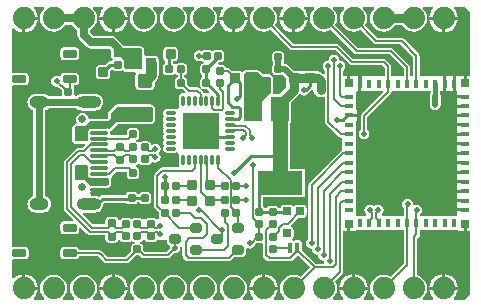
<source format=gtl>
G04*
G04 #@! TF.GenerationSoftware,Altium Limited,Altium Designer,19.1.5 (86)*
G04*
G04 Layer_Physical_Order=1*
G04 Layer_Color=255*
%FSLAX25Y25*%
%MOIN*%
G70*
G01*
G75*
%ADD11C,0.00500*%
%ADD15C,0.01000*%
%ADD17R,0.01575X0.03150*%
%ADD18R,0.03150X0.01575*%
%ADD19R,0.05709X0.05709*%
%ADD20R,0.02756X0.02756*%
G04:AMPARAMS|DCode=21|XSize=16mil|YSize=35mil|CornerRadius=2.4mil|HoleSize=0mil|Usage=FLASHONLY|Rotation=180.000|XOffset=0mil|YOffset=0mil|HoleType=Round|Shape=RoundedRectangle|*
%AMROUNDEDRECTD21*
21,1,0.01600,0.03020,0,0,180.0*
21,1,0.01120,0.03500,0,0,180.0*
1,1,0.00480,-0.00560,0.01510*
1,1,0.00480,0.00560,0.01510*
1,1,0.00480,0.00560,-0.01510*
1,1,0.00480,-0.00560,-0.01510*
%
%ADD21ROUNDEDRECTD21*%
%ADD22O,0.03937X0.01181*%
%ADD23O,0.01181X0.03937*%
%ADD24R,0.12402X0.12402*%
G04:AMPARAMS|DCode=25|XSize=31.58mil|YSize=38.27mil|CornerRadius=7.89mil|HoleSize=0mil|Usage=FLASHONLY|Rotation=270.000|XOffset=0mil|YOffset=0mil|HoleType=Round|Shape=RoundedRectangle|*
%AMROUNDEDRECTD25*
21,1,0.03158,0.02248,0,0,270.0*
21,1,0.01579,0.03827,0,0,270.0*
1,1,0.01579,-0.01124,-0.00789*
1,1,0.01579,-0.01124,0.00789*
1,1,0.01579,0.01124,0.00789*
1,1,0.01579,0.01124,-0.00789*
%
%ADD25ROUNDEDRECTD25*%
G04:AMPARAMS|DCode=26|XSize=23.62mil|YSize=23.62mil|CornerRadius=2.36mil|HoleSize=0mil|Usage=FLASHONLY|Rotation=180.000|XOffset=0mil|YOffset=0mil|HoleType=Round|Shape=RoundedRectangle|*
%AMROUNDEDRECTD26*
21,1,0.02362,0.01890,0,0,180.0*
21,1,0.01890,0.02362,0,0,180.0*
1,1,0.00472,-0.00945,0.00945*
1,1,0.00472,0.00945,0.00945*
1,1,0.00472,0.00945,-0.00945*
1,1,0.00472,-0.00945,-0.00945*
%
%ADD26ROUNDEDRECTD26*%
G04:AMPARAMS|DCode=27|XSize=23.62mil|YSize=23.62mil|CornerRadius=2.36mil|HoleSize=0mil|Usage=FLASHONLY|Rotation=90.000|XOffset=0mil|YOffset=0mil|HoleType=Round|Shape=RoundedRectangle|*
%AMROUNDEDRECTD27*
21,1,0.02362,0.01890,0,0,90.0*
21,1,0.01890,0.02362,0,0,90.0*
1,1,0.00472,0.00945,0.00945*
1,1,0.00472,0.00945,-0.00945*
1,1,0.00472,-0.00945,-0.00945*
1,1,0.00472,-0.00945,0.00945*
%
%ADD27ROUNDEDRECTD27*%
G04:AMPARAMS|DCode=28|XSize=23.62mil|YSize=27.56mil|CornerRadius=2.95mil|HoleSize=0mil|Usage=FLASHONLY|Rotation=270.000|XOffset=0mil|YOffset=0mil|HoleType=Round|Shape=RoundedRectangle|*
%AMROUNDEDRECTD28*
21,1,0.02362,0.02165,0,0,270.0*
21,1,0.01772,0.02756,0,0,270.0*
1,1,0.00591,-0.01083,-0.00886*
1,1,0.00591,-0.01083,0.00886*
1,1,0.00591,0.01083,0.00886*
1,1,0.00591,0.01083,-0.00886*
%
%ADD28ROUNDEDRECTD28*%
G04:AMPARAMS|DCode=29|XSize=57.09mil|YSize=11.81mil|CornerRadius=2.95mil|HoleSize=0mil|Usage=FLASHONLY|Rotation=0.000|XOffset=0mil|YOffset=0mil|HoleType=Round|Shape=RoundedRectangle|*
%AMROUNDEDRECTD29*
21,1,0.05709,0.00591,0,0,0.0*
21,1,0.05118,0.01181,0,0,0.0*
1,1,0.00591,0.02559,-0.00295*
1,1,0.00591,-0.02559,-0.00295*
1,1,0.00591,-0.02559,0.00295*
1,1,0.00591,0.02559,0.00295*
%
%ADD29ROUNDEDRECTD29*%
G04:AMPARAMS|DCode=30|XSize=47.24mil|YSize=47.24mil|CornerRadius=5.91mil|HoleSize=0mil|Usage=FLASHONLY|Rotation=90.000|XOffset=0mil|YOffset=0mil|HoleType=Round|Shape=RoundedRectangle|*
%AMROUNDEDRECTD30*
21,1,0.04724,0.03543,0,0,90.0*
21,1,0.03543,0.04724,0,0,90.0*
1,1,0.01181,0.01772,0.01772*
1,1,0.01181,0.01772,-0.01772*
1,1,0.01181,-0.01772,-0.01772*
1,1,0.01181,-0.01772,0.01772*
%
%ADD30ROUNDEDRECTD30*%
G04:AMPARAMS|DCode=31|XSize=47.24mil|YSize=47.24mil|CornerRadius=5.91mil|HoleSize=0mil|Usage=FLASHONLY|Rotation=180.000|XOffset=0mil|YOffset=0mil|HoleType=Round|Shape=RoundedRectangle|*
%AMROUNDEDRECTD31*
21,1,0.04724,0.03543,0,0,180.0*
21,1,0.03543,0.04724,0,0,180.0*
1,1,0.01181,-0.01772,0.01772*
1,1,0.01181,0.01772,0.01772*
1,1,0.01181,0.01772,-0.01772*
1,1,0.01181,-0.01772,-0.01772*
%
%ADD31ROUNDEDRECTD31*%
G04:AMPARAMS|DCode=32|XSize=31.5mil|YSize=31.5mil|CornerRadius=3.15mil|HoleSize=0mil|Usage=FLASHONLY|Rotation=0.000|XOffset=0mil|YOffset=0mil|HoleType=Round|Shape=RoundedRectangle|*
%AMROUNDEDRECTD32*
21,1,0.03150,0.02520,0,0,0.0*
21,1,0.02520,0.03150,0,0,0.0*
1,1,0.00630,0.01260,-0.01260*
1,1,0.00630,-0.01260,-0.01260*
1,1,0.00630,-0.01260,0.01260*
1,1,0.00630,0.01260,0.01260*
%
%ADD32ROUNDEDRECTD32*%
G04:AMPARAMS|DCode=33|XSize=35mil|YSize=35mil|CornerRadius=3.5mil|HoleSize=0mil|Usage=FLASHONLY|Rotation=270.000|XOffset=0mil|YOffset=0mil|HoleType=Round|Shape=RoundedRectangle|*
%AMROUNDEDRECTD33*
21,1,0.03500,0.02800,0,0,270.0*
21,1,0.02800,0.03500,0,0,270.0*
1,1,0.00700,-0.01400,-0.01400*
1,1,0.00700,-0.01400,0.01400*
1,1,0.00700,0.01400,0.01400*
1,1,0.00700,0.01400,-0.01400*
%
%ADD33ROUNDEDRECTD33*%
%ADD34R,0.05906X0.07874*%
%ADD35R,0.14961X0.07874*%
G04:AMPARAMS|DCode=36|XSize=35mil|YSize=35mil|CornerRadius=4.38mil|HoleSize=0mil|Usage=FLASHONLY|Rotation=180.000|XOffset=0mil|YOffset=0mil|HoleType=Round|Shape=RoundedRectangle|*
%AMROUNDEDRECTD36*
21,1,0.03500,0.02625,0,0,180.0*
21,1,0.02625,0.03500,0,0,180.0*
1,1,0.00875,-0.01313,0.01313*
1,1,0.00875,0.01313,0.01313*
1,1,0.00875,0.01313,-0.01313*
1,1,0.00875,-0.01313,-0.01313*
%
%ADD36ROUNDEDRECTD36*%
G04:AMPARAMS|DCode=37|XSize=31.5mil|YSize=31.5mil|CornerRadius=3.15mil|HoleSize=0mil|Usage=FLASHONLY|Rotation=90.000|XOffset=0mil|YOffset=0mil|HoleType=Round|Shape=RoundedRectangle|*
%AMROUNDEDRECTD37*
21,1,0.03150,0.02520,0,0,90.0*
21,1,0.02520,0.03150,0,0,90.0*
1,1,0.00630,0.01260,0.01260*
1,1,0.00630,0.01260,-0.01260*
1,1,0.00630,-0.01260,-0.01260*
1,1,0.00630,-0.01260,0.01260*
%
%ADD37ROUNDEDRECTD37*%
G04:AMPARAMS|DCode=38|XSize=25.59mil|YSize=47.24mil|CornerRadius=3.2mil|HoleSize=0mil|Usage=FLASHONLY|Rotation=90.000|XOffset=0mil|YOffset=0mil|HoleType=Round|Shape=RoundedRectangle|*
%AMROUNDEDRECTD38*
21,1,0.02559,0.04085,0,0,90.0*
21,1,0.01919,0.04724,0,0,90.0*
1,1,0.00640,0.02042,0.00960*
1,1,0.00640,0.02042,-0.00960*
1,1,0.00640,-0.02042,-0.00960*
1,1,0.00640,-0.02042,0.00960*
%
%ADD38ROUNDEDRECTD38*%
G04:AMPARAMS|DCode=39|XSize=27.56mil|YSize=27.56mil|CornerRadius=4.13mil|HoleSize=0mil|Usage=FLASHONLY|Rotation=270.000|XOffset=0mil|YOffset=0mil|HoleType=Round|Shape=RoundedRectangle|*
%AMROUNDEDRECTD39*
21,1,0.02756,0.01929,0,0,270.0*
21,1,0.01929,0.02756,0,0,270.0*
1,1,0.00827,-0.00965,-0.00965*
1,1,0.00827,-0.00965,0.00965*
1,1,0.00827,0.00965,0.00965*
1,1,0.00827,0.00965,-0.00965*
%
%ADD39ROUNDEDRECTD39*%
%ADD67R,0.02362X0.02362*%
%ADD68C,0.03000*%
%ADD69C,0.00600*%
%ADD70C,0.02500*%
%ADD71C,0.01575*%
%ADD72C,0.02000*%
%ADD73C,0.05000*%
%ADD74C,0.02362*%
%ADD75C,0.03500*%
%ADD76R,0.24000X0.24000*%
%ADD77C,0.07400*%
%ADD78O,0.06299X0.03937*%
%ADD79O,0.08268X0.03937*%
%ADD80C,0.02559*%
%ADD81C,0.01968*%
G36*
X101938Y48322D02*
X101791Y48209D01*
X101069Y47269D01*
X100616Y46175D01*
X100461Y45000D01*
X100616Y43825D01*
X101069Y42731D01*
X101791Y41791D01*
X102731Y41069D01*
X103825Y40616D01*
X105000Y40461D01*
X106175Y40616D01*
X107269Y41069D01*
X107353Y41133D01*
X115243Y33243D01*
X115590Y33011D01*
X116000Y32929D01*
X127057D01*
X131764Y28222D01*
Y25603D01*
X127606D01*
Y28965D01*
X127524Y29374D01*
X127293Y29722D01*
X125757Y31257D01*
X125410Y31489D01*
X125000Y31571D01*
X114944D01*
X110257Y36257D01*
X109910Y36489D01*
X109500Y36571D01*
X94943D01*
X88867Y42647D01*
X88931Y42731D01*
X89384Y43825D01*
X89539Y45000D01*
X89384Y46175D01*
X88931Y47269D01*
X88209Y48209D01*
X88062Y48322D01*
X88223Y48796D01*
X91493D01*
X91605Y48296D01*
X90895Y47370D01*
X90421Y46227D01*
X90325Y45500D01*
X95000D01*
X99675D01*
X99579Y46227D01*
X99105Y47370D01*
X98395Y48296D01*
X98507Y48796D01*
X101777D01*
X101938Y48322D01*
D02*
G37*
G36*
X153796Y47001D02*
Y25803D01*
X152823D01*
Y23425D01*
X151823D01*
Y25803D01*
X149083D01*
Y23228D01*
Y20654D01*
X149551D01*
Y19398D01*
X152126D01*
Y18398D01*
X149551D01*
Y17110D01*
Y16248D01*
X152126D01*
Y15248D01*
X149551D01*
Y13961D01*
Y13098D01*
X152126D01*
Y12098D01*
X149551D01*
Y10811D01*
Y9949D01*
X152126D01*
Y8949D01*
X149551D01*
Y7661D01*
Y6799D01*
X152126D01*
Y5799D01*
X149551D01*
Y4512D01*
Y3650D01*
X152126D01*
Y2650D01*
X149551D01*
Y1362D01*
Y500D01*
X152126D01*
Y-500D01*
X149551D01*
Y-1787D01*
Y-2650D01*
X152126D01*
Y-3650D01*
X149551D01*
Y-4937D01*
Y-5799D01*
X152126D01*
Y-6799D01*
X149551D01*
Y-8087D01*
Y-8949D01*
X152126D01*
Y-9949D01*
X149551D01*
Y-11236D01*
Y-12098D01*
X152126D01*
Y-13098D01*
X149551D01*
Y-14386D01*
Y-15248D01*
X152126D01*
Y-16248D01*
X149551D01*
Y-17535D01*
Y-18398D01*
X152126D01*
Y-19398D01*
X149551D01*
Y-20685D01*
X149121Y-20854D01*
X137210D01*
X137186Y-20354D01*
X137286Y-20286D01*
X137681Y-19696D01*
X137819Y-19000D01*
X137681Y-18304D01*
X137286Y-17714D01*
X136696Y-17319D01*
X136000Y-17181D01*
X135304Y-17319D01*
X135254Y-17352D01*
X134804Y-17052D01*
X134819Y-16977D01*
X134681Y-16281D01*
X134286Y-15690D01*
X133696Y-15296D01*
X133000Y-15158D01*
X132304Y-15296D01*
X131714Y-15690D01*
X131319Y-16281D01*
X131181Y-16977D01*
X131319Y-17673D01*
X131714Y-18263D01*
X131796Y-18318D01*
Y-20854D01*
X124533D01*
X124381Y-20354D01*
X124482Y-20286D01*
X124876Y-19696D01*
X125014Y-19000D01*
X124876Y-18304D01*
X124482Y-17714D01*
X123891Y-17319D01*
X123195Y-17181D01*
X122499Y-17319D01*
X121909Y-17714D01*
X121713D01*
X121123Y-17319D01*
X120427Y-17181D01*
X119731Y-17319D01*
X119140Y-17714D01*
X118746Y-18304D01*
X118608Y-19000D01*
X118746Y-19696D01*
X119140Y-20286D01*
X119241Y-20354D01*
X119089Y-20854D01*
X116236D01*
X115918Y-20485D01*
Y-17335D01*
Y-14186D01*
Y-11036D01*
Y-7887D01*
Y-4737D01*
Y-1587D01*
Y1562D01*
Y4712D01*
Y7861D01*
Y10811D01*
X116118D01*
Y12098D01*
X113543D01*
Y13098D01*
X116118D01*
Y14386D01*
X115918D01*
Y17310D01*
Y20485D01*
X116348Y20654D01*
X116587D01*
Y23228D01*
Y25803D01*
X113847D01*
Y23425D01*
X112847D01*
Y25803D01*
X111571D01*
Y27569D01*
X111786Y27714D01*
X112181Y28304D01*
X112319Y29000D01*
X112181Y29696D01*
X111786Y30286D01*
X111196Y30681D01*
X110782Y30763D01*
X110439Y30939D01*
X110263Y31282D01*
X110181Y31696D01*
X109786Y32286D01*
X109196Y32681D01*
X108500Y32819D01*
X107804Y32681D01*
X107214Y32286D01*
X106819Y31696D01*
X106737Y31282D01*
X106561Y30939D01*
X106218Y30763D01*
X105804Y30681D01*
X105214Y30286D01*
X104819Y29696D01*
X104681Y29000D01*
X104819Y28304D01*
X105214Y27714D01*
X105429Y27569D01*
Y26540D01*
X104967Y26349D01*
X104658Y26658D01*
X103897Y27167D01*
X103000Y27345D01*
X102556D01*
X102349Y27483D01*
X101900Y27573D01*
X99100D01*
X98651Y27483D01*
X98444Y27345D01*
X97056D01*
X96849Y27483D01*
X96400Y27573D01*
X95023D01*
X93298Y29298D01*
X92702Y29696D01*
X92000Y29835D01*
X91804D01*
Y30523D01*
X91890Y30651D01*
X91970Y31055D01*
Y32945D01*
X91890Y33349D01*
X91660Y33692D01*
X91318Y33921D01*
X90913Y34001D01*
X89024D01*
X88619Y33921D01*
X88276Y33692D01*
X88047Y33349D01*
X87967Y32945D01*
Y31055D01*
X88047Y30651D01*
X88133Y30523D01*
Y29478D01*
X88047Y29349D01*
X87967Y28945D01*
Y27055D01*
X88047Y26651D01*
X88276Y26308D01*
X88619Y26079D01*
X89024Y25999D01*
X90913D01*
X91318Y26079D01*
X91322Y26082D01*
X92427Y24977D01*
Y23600D01*
X92517Y23151D01*
X92655Y22944D01*
Y21971D01*
X90322Y19639D01*
X88482D01*
X88221Y20139D01*
X88254Y20188D01*
X88316Y20500D01*
X88316Y20500D01*
Y25000D01*
X88316Y25000D01*
X88254Y25312D01*
X88077Y25577D01*
X88077Y25577D01*
X87577Y26077D01*
X87312Y26254D01*
X87000Y26316D01*
X87000Y26316D01*
X84838D01*
X83577Y27577D01*
X83312Y27754D01*
X83000Y27816D01*
X83000Y27816D01*
X79000D01*
X79000Y27816D01*
X78688Y27754D01*
X78423Y27577D01*
X78423Y27577D01*
X78228Y27382D01*
X77729Y27229D01*
X77349Y27483D01*
X76900Y27573D01*
X74441D01*
X73788Y28225D01*
X73441Y28458D01*
X73032Y28539D01*
X72476D01*
X72421Y28818D01*
X72192Y29160D01*
X71849Y29390D01*
X71445Y29470D01*
X70020D01*
X69813Y29970D01*
X70342Y30499D01*
X70913D01*
X71318Y30579D01*
X71661Y30808D01*
X71890Y31151D01*
X71970Y31555D01*
Y33445D01*
X71890Y33849D01*
X71661Y34192D01*
X71318Y34421D01*
X70913Y34501D01*
X69024D01*
X68619Y34421D01*
X68277Y34192D01*
X67723D01*
X67381Y34421D01*
X66976Y34501D01*
X65087D01*
X64682Y34421D01*
X64340Y34192D01*
X64290Y34118D01*
X64196Y34181D01*
X63500Y34319D01*
X62804Y34181D01*
X62214Y33786D01*
X61819Y33196D01*
X61681Y32500D01*
X61819Y31804D01*
X62214Y31214D01*
X62804Y30819D01*
X63500Y30681D01*
X64196Y30819D01*
X64290Y30882D01*
X64340Y30808D01*
X64682Y30579D01*
X65087Y30499D01*
X65080Y30001D01*
X65024D01*
X64619Y29921D01*
X64276Y29692D01*
X64047Y29349D01*
X63967Y28945D01*
Y27055D01*
X64047Y26651D01*
X64276Y26308D01*
X64619Y26079D01*
X64643Y26074D01*
Y25426D01*
X64619Y25421D01*
X64276Y25192D01*
X64047Y24849D01*
X63967Y24445D01*
Y22555D01*
X64047Y22151D01*
X64276Y21808D01*
X64619Y21579D01*
X65024Y21499D01*
X66127D01*
X66957Y20668D01*
X66860Y20085D01*
X66605Y19968D01*
X66511Y20030D01*
X65969Y20138D01*
X65542Y20053D01*
X65135Y20188D01*
X65061Y20229D01*
X64956Y20318D01*
X64757Y20615D01*
X64757Y20615D01*
X63749Y21623D01*
X63402Y21855D01*
X62992Y21937D01*
X60546D01*
X59470Y23013D01*
Y24445D01*
X59390Y24849D01*
X59161Y25192D01*
X58818Y25421D01*
X58539Y25476D01*
Y26024D01*
X58818Y26079D01*
X59161Y26308D01*
X59390Y26651D01*
X59470Y27055D01*
Y28945D01*
X59390Y29349D01*
X59161Y29692D01*
X58818Y29921D01*
X58413Y30001D01*
X56524D01*
X56119Y29921D01*
X55777Y29692D01*
X55243D01*
X54841Y29976D01*
Y30603D01*
X55260D01*
X55695Y30690D01*
X56064Y30936D01*
X56310Y31305D01*
X56397Y31740D01*
Y34260D01*
X56310Y34695D01*
X56064Y35064D01*
X55695Y35310D01*
X55260Y35397D01*
X52740D01*
X52305Y35310D01*
X51936Y35064D01*
X51690Y34695D01*
X51603Y34260D01*
Y31740D01*
X51690Y31305D01*
X51936Y30936D01*
X52190Y30767D01*
Y29923D01*
X52182Y29921D01*
X51840Y29692D01*
X51610Y29349D01*
X51530Y28945D01*
Y27055D01*
X51610Y26651D01*
X51840Y26308D01*
X52182Y26079D01*
X52587Y25999D01*
X54476D01*
X54881Y26079D01*
X55224Y26308D01*
X55777D01*
X56119Y26079D01*
X56398Y26024D01*
Y25476D01*
X56119Y25421D01*
X55777Y25192D01*
X55547Y24849D01*
X55467Y24445D01*
Y22555D01*
X55547Y22151D01*
X55777Y21808D01*
X56119Y21579D01*
X56524Y21499D01*
X57956D01*
X58758Y20696D01*
X58688Y20059D01*
X58640Y20029D01*
X58637Y20030D01*
X58095Y20138D01*
X57552Y20030D01*
X57092Y19723D01*
X56785Y19263D01*
X56677Y18721D01*
Y15965D01*
X56769Y15500D01*
X56538Y15000D01*
X56500D01*
Y14962D01*
X56000Y14731D01*
X55535Y14823D01*
X52780D01*
X52237Y14715D01*
X51777Y14408D01*
X51470Y13948D01*
X51362Y13406D01*
X51470Y12863D01*
X51765Y12421D01*
X51470Y11980D01*
X51362Y11437D01*
X51470Y10894D01*
X51765Y10453D01*
X51470Y10011D01*
X51362Y9469D01*
X51470Y8926D01*
X51765Y8484D01*
X51470Y8043D01*
X51362Y7500D01*
X51470Y6957D01*
X51765Y6516D01*
X51470Y6074D01*
X51362Y5531D01*
X51470Y4989D01*
X51765Y4547D01*
X51470Y4106D01*
X51362Y3563D01*
X51470Y3020D01*
X51765Y2579D01*
X51470Y2137D01*
X51362Y1595D01*
X51470Y1052D01*
X51777Y592D01*
X52237Y285D01*
X52780Y177D01*
X55535D01*
X56000Y269D01*
X56500Y38D01*
Y0D01*
X56538D01*
X56769Y-500D01*
X56677Y-965D01*
Y-3720D01*
X56771Y-4195D01*
X56665Y-4486D01*
X56554Y-4695D01*
X51234D01*
X50825Y-4777D01*
X50477Y-5009D01*
X48743Y-6743D01*
X48511Y-7090D01*
X48429Y-7500D01*
Y-17500D01*
X48511Y-17910D01*
X48743Y-18257D01*
X50030Y-19544D01*
Y-20945D01*
X50111Y-21349D01*
X50211Y-21500D01*
X49969Y-22000D01*
X49341D01*
X49192Y-21777D01*
X48849Y-21547D01*
X48445Y-21467D01*
X46555D01*
X46151Y-21547D01*
X45808Y-21777D01*
X45659Y-22000D01*
X44789D01*
X44660Y-21808D01*
X44318Y-21579D01*
X43913Y-21499D01*
X42024D01*
X41619Y-21579D01*
X41276Y-21808D01*
X40723D01*
X40381Y-21579D01*
X39976Y-21499D01*
X38087D01*
X37682Y-21579D01*
X37340Y-21808D01*
X37153Y-22087D01*
X36897Y-22099D01*
X36633Y-22035D01*
X36614Y-21943D01*
X36372Y-21580D01*
X36010Y-21338D01*
X35583Y-21253D01*
X33417D01*
X32990Y-21338D01*
X32628Y-21580D01*
X32386Y-21943D01*
X32301Y-22370D01*
Y-23678D01*
X28166D01*
X24788Y-20300D01*
X24995Y-19800D01*
X28858D01*
X29581Y-19705D01*
X30255Y-19426D01*
X30833Y-18982D01*
X31277Y-18404D01*
X31556Y-17731D01*
X31651Y-17008D01*
X31636Y-16899D01*
X32010Y-16525D01*
X39218D01*
X39308Y-16660D01*
X39651Y-16890D01*
X40055Y-16970D01*
X41945D01*
X42349Y-16890D01*
X42692Y-16660D01*
X42921Y-16318D01*
X42926Y-16294D01*
X43574D01*
X43579Y-16318D01*
X43808Y-16660D01*
X44151Y-16890D01*
X44555Y-16970D01*
X46445D01*
X46849Y-16890D01*
X47192Y-16660D01*
X47421Y-16318D01*
X47501Y-15913D01*
Y-14024D01*
X47421Y-13619D01*
X47192Y-13277D01*
X46849Y-13047D01*
X46445Y-12967D01*
X44555D01*
X44151Y-13047D01*
X43808Y-13277D01*
X43579Y-13619D01*
X43574Y-13643D01*
X42926D01*
X42921Y-13619D01*
X42692Y-13277D01*
X42349Y-13047D01*
X41945Y-12967D01*
X40055D01*
X39651Y-13047D01*
X39308Y-13277D01*
X39079Y-13619D01*
X39028Y-13874D01*
X31461D01*
X30954Y-13975D01*
X30524Y-14263D01*
X30214Y-14573D01*
X29581Y-14311D01*
X28858Y-14216D01*
X27500D01*
X27500Y-11573D01*
X27817Y-11510D01*
X32774D01*
X32841Y-11523D01*
X32852D01*
X32862Y-11527D01*
X33011Y-11523D01*
X33159D01*
X33169Y-11519D01*
X33180Y-11519D01*
X33316Y-11458D01*
X33453Y-11401D01*
X33461Y-11394D01*
X33471Y-11389D01*
X33971Y-11035D01*
X34019Y-10985D01*
X34077Y-10946D01*
X34127Y-10871D01*
X34190Y-10805D01*
X34215Y-10740D01*
X34254Y-10682D01*
X34271Y-10592D01*
X34304Y-10507D01*
X34302Y-10438D01*
X34316Y-10370D01*
Y-8626D01*
X34302Y-8558D01*
X34304Y-8489D01*
X34271Y-8404D01*
X34254Y-8314D01*
X34200Y-8216D01*
X34190Y-8191D01*
X34339Y-7751D01*
X34392Y-7690D01*
X34403Y-7683D01*
X35965Y-6121D01*
X39530D01*
Y-7445D01*
X39610Y-7849D01*
X39840Y-8192D01*
X40182Y-8421D01*
X40587Y-8501D01*
X42476D01*
X42881Y-8421D01*
X43224Y-8192D01*
X43453Y-7849D01*
X43533Y-7445D01*
Y-5555D01*
X43453Y-5151D01*
X43224Y-4808D01*
X42881Y-4579D01*
X42476Y-4499D01*
Y-4001D01*
X42881Y-3921D01*
X43224Y-3692D01*
X43777D01*
X44119Y-3921D01*
X44524Y-4001D01*
X46413D01*
X46818Y-3921D01*
X47160Y-3692D01*
X47390Y-3349D01*
X47430Y-3145D01*
X47857Y-2913D01*
X47970Y-2904D01*
X48211Y-3065D01*
X48907Y-3204D01*
X49603Y-3065D01*
X50194Y-2671D01*
X50588Y-2080D01*
X50726Y-1384D01*
X50588Y-688D01*
X50194Y-98D01*
Y98D01*
X50588Y688D01*
X50726Y1384D01*
X50588Y2080D01*
X50194Y2671D01*
X49603Y3065D01*
X48907Y3204D01*
X48211Y3065D01*
X47970Y2904D01*
X47857Y2913D01*
X47430Y3145D01*
X47390Y3349D01*
X47160Y3692D01*
X46818Y3921D01*
X46413Y4001D01*
X44524D01*
X44119Y3921D01*
X43777Y3692D01*
X43223D01*
X42881Y3921D01*
X42476Y4001D01*
Y4499D01*
X42881Y4579D01*
X43224Y4808D01*
X43453Y5151D01*
X43533Y5555D01*
Y7445D01*
X43453Y7849D01*
X43224Y8192D01*
X42881Y8421D01*
X42476Y8501D01*
X40587D01*
X40182Y8421D01*
X39840Y8192D01*
X39610Y7849D01*
X39530Y7445D01*
Y6085D01*
X39488Y6043D01*
X34359D01*
X33961Y6543D01*
X33971Y6594D01*
Y7185D01*
X33953Y7279D01*
X33978Y7296D01*
X34052Y7326D01*
X34109Y7383D01*
X34176Y7428D01*
X36429Y9681D01*
X39772D01*
X39790Y9684D01*
X43710Y9684D01*
X43728Y9681D01*
X47272D01*
X47290Y9684D01*
X47500D01*
X47500Y9684D01*
X47812Y9746D01*
X47945Y9835D01*
X48077Y9923D01*
X48077Y9923D01*
X48200Y10046D01*
X48274Y10096D01*
X48324Y10170D01*
X48577Y10423D01*
X48577Y10423D01*
X48577Y10423D01*
X48753Y10688D01*
X48753Y10688D01*
X48753Y10688D01*
X48816Y11000D01*
X48816Y11000D01*
X48816Y15000D01*
X48816Y15000D01*
X48779Y15187D01*
X48754Y15312D01*
X48754Y15312D01*
X48754Y15312D01*
X48680Y15423D01*
X48577Y15577D01*
X48577Y15577D01*
X48077Y16077D01*
X48077Y16077D01*
X47812Y16254D01*
X47500Y16316D01*
X47500Y16316D01*
X36000Y16316D01*
X36000Y16316D01*
X35688Y16254D01*
X35423Y16077D01*
X35423Y16077D01*
X33423Y14077D01*
X33423Y14077D01*
X33246Y13812D01*
X33184Y13500D01*
X33184Y13500D01*
X33184Y11802D01*
X33056Y11609D01*
X32963Y11548D01*
X32774Y11510D01*
X27817D01*
X27489Y11575D01*
X27450Y11591D01*
X27370Y11591D01*
X27291Y11607D01*
X27212Y11591D01*
X27132Y11591D01*
X26843Y11714D01*
X26722Y11801D01*
X26636Y11885D01*
X26621Y11906D01*
X26565Y12189D01*
X26106Y12877D01*
X25418Y13337D01*
X24606Y13498D01*
X23795Y13337D01*
X23107Y12877D01*
X22647Y12189D01*
X22486Y11378D01*
X22647Y10567D01*
X22815Y10316D01*
X22548Y9816D01*
X22500D01*
X22188Y9754D01*
X21923Y9577D01*
X21923Y9577D01*
X21423Y9077D01*
X21246Y8812D01*
X21184Y8500D01*
X21184Y8500D01*
Y8018D01*
X21181Y8000D01*
X21184Y7982D01*
Y5018D01*
X21181Y5000D01*
X21184Y4982D01*
Y4500D01*
X21184Y4500D01*
X21246Y4188D01*
X21423Y3923D01*
X21423Y3923D01*
X21923Y3423D01*
X22188Y3246D01*
X22500Y3184D01*
X22500Y3184D01*
X22982D01*
X23000Y3181D01*
X23018Y3184D01*
X25391Y3184D01*
X25598Y2684D01*
X24735Y1822D01*
X23220D01*
X23220Y1822D01*
X22791Y1736D01*
X22427Y1493D01*
X18707Y-2227D01*
X18464Y-2591D01*
X18378Y-3020D01*
X18379Y-3020D01*
Y-18578D01*
X18378Y-18578D01*
X18464Y-19007D01*
X18707Y-19371D01*
X21540Y-22204D01*
X21349Y-22666D01*
X18422D01*
X17985Y-22753D01*
X17615Y-23001D01*
X17367Y-23371D01*
X17280Y-23808D01*
Y-25727D01*
X17367Y-26164D01*
X17615Y-26535D01*
X17985Y-26782D01*
X18422Y-26869D01*
X22507D01*
X22944Y-26782D01*
X23314Y-26535D01*
X23562Y-26164D01*
X23649Y-25727D01*
Y-24966D01*
X24111Y-24775D01*
X26329Y-26993D01*
X26329Y-26993D01*
X26693Y-27236D01*
X27122Y-27322D01*
X27122Y-27322D01*
X32301D01*
Y-28630D01*
X32386Y-29057D01*
X32628Y-29420D01*
X32990Y-29662D01*
X33417Y-29747D01*
X35583D01*
X36010Y-29662D01*
X36372Y-29420D01*
X36614Y-29057D01*
X36633Y-28965D01*
X36897Y-28901D01*
X37153Y-28913D01*
X37340Y-29192D01*
X37682Y-29421D01*
X38087Y-29501D01*
X39976D01*
X40381Y-29421D01*
X40723Y-29192D01*
X41277D01*
X41619Y-29421D01*
X42024Y-29501D01*
Y-29999D01*
X41619Y-30079D01*
X41276Y-30308D01*
X41047Y-30651D01*
X40967Y-31055D01*
Y-32519D01*
X39057Y-34429D01*
X32943D01*
X31769Y-33255D01*
X31761Y-33243D01*
X30993Y-32475D01*
X30646Y-32243D01*
X30236Y-32162D01*
X23627D01*
X23562Y-31836D01*
X23314Y-31465D01*
X22944Y-31218D01*
X22507Y-31131D01*
X18422D01*
X17985Y-31218D01*
X17615Y-31465D01*
X17367Y-31836D01*
X17280Y-32273D01*
Y-34192D01*
X17367Y-34629D01*
X17615Y-34999D01*
X17985Y-35247D01*
X18422Y-35334D01*
X22507D01*
X22944Y-35247D01*
X23314Y-34999D01*
X23562Y-34629D01*
X23627Y-34303D01*
X29793D01*
X30239Y-34749D01*
X30247Y-34761D01*
X31743Y-36257D01*
X32090Y-36489D01*
X32500Y-36571D01*
X39500D01*
X39910Y-36489D01*
X40257Y-36257D01*
X42513Y-34001D01*
X43487D01*
X44243Y-34757D01*
X44590Y-34989D01*
X45000Y-35071D01*
X45000Y-35071D01*
X53000D01*
X53410Y-34989D01*
X53757Y-34757D01*
X55245Y-33269D01*
X55500Y-33319D01*
X56196Y-33181D01*
X56786Y-32786D01*
X57181Y-32196D01*
X57319Y-31500D01*
X57278Y-31293D01*
X57273Y-31157D01*
X57429Y-31059D01*
X57929Y-31337D01*
Y-34000D01*
X58011Y-34410D01*
X58243Y-34757D01*
X59243Y-35757D01*
X59243Y-35757D01*
X59590Y-35989D01*
X60000Y-36071D01*
X73390D01*
X73800Y-35989D01*
X74147Y-35757D01*
X75271Y-34632D01*
X75360Y-34650D01*
X77608D01*
X78228Y-34527D01*
X78754Y-34175D01*
X79105Y-33650D01*
X79229Y-33029D01*
Y-31898D01*
X79729Y-31631D01*
X79804Y-31681D01*
X80500Y-31819D01*
X81196Y-31681D01*
X81786Y-31286D01*
X82181Y-30696D01*
X82271Y-30243D01*
X82493Y-30021D01*
X82555Y-30033D01*
X84445D01*
X84679Y-30225D01*
Y-33750D01*
X84761Y-34160D01*
X84993Y-34507D01*
X86243Y-35757D01*
X86590Y-35989D01*
X87000Y-36071D01*
X87000Y-36071D01*
X93750D01*
X94160Y-35989D01*
X94507Y-35757D01*
X96097Y-34168D01*
X96653Y-34168D01*
X100486Y-38000D01*
X97353Y-41133D01*
X97269Y-41069D01*
X96175Y-40616D01*
X95000Y-40461D01*
X93825Y-40616D01*
X92731Y-41069D01*
X91791Y-41791D01*
X91069Y-42731D01*
X90616Y-43825D01*
X90461Y-45000D01*
X90616Y-46175D01*
X91069Y-47269D01*
X91791Y-48209D01*
X91938Y-48322D01*
X91777Y-48796D01*
X88507D01*
X88395Y-48296D01*
X89105Y-47370D01*
X89579Y-46227D01*
X89675Y-45500D01*
X85000D01*
X80325D01*
X80421Y-46227D01*
X80895Y-47370D01*
X81605Y-48296D01*
X81493Y-48796D01*
X78223D01*
X78062Y-48322D01*
X78209Y-48209D01*
X78931Y-47269D01*
X79384Y-46175D01*
X79539Y-45000D01*
X79384Y-43825D01*
X78931Y-42731D01*
X78209Y-41791D01*
X77269Y-41069D01*
X76175Y-40616D01*
X75000Y-40461D01*
X73825Y-40616D01*
X72731Y-41069D01*
X71791Y-41791D01*
X71069Y-42731D01*
X70616Y-43825D01*
X70461Y-45000D01*
X70616Y-46175D01*
X71069Y-47269D01*
X71791Y-48209D01*
X71938Y-48322D01*
X71777Y-48796D01*
X68223D01*
X68062Y-48322D01*
X68209Y-48209D01*
X68931Y-47269D01*
X69384Y-46175D01*
X69539Y-45000D01*
X69384Y-43825D01*
X68931Y-42731D01*
X68209Y-41791D01*
X67269Y-41069D01*
X66175Y-40616D01*
X65000Y-40461D01*
X63825Y-40616D01*
X62731Y-41069D01*
X61791Y-41791D01*
X61069Y-42731D01*
X60616Y-43825D01*
X60461Y-45000D01*
X60616Y-46175D01*
X61069Y-47269D01*
X61791Y-48209D01*
X61938Y-48322D01*
X61777Y-48796D01*
X58223D01*
X58062Y-48322D01*
X58209Y-48209D01*
X58931Y-47269D01*
X59384Y-46175D01*
X59539Y-45000D01*
X59384Y-43825D01*
X58931Y-42731D01*
X58209Y-41791D01*
X57269Y-41069D01*
X56175Y-40616D01*
X55000Y-40461D01*
X53825Y-40616D01*
X52731Y-41069D01*
X51791Y-41791D01*
X51069Y-42731D01*
X50616Y-43825D01*
X50461Y-45000D01*
X50616Y-46175D01*
X51069Y-47269D01*
X51791Y-48209D01*
X51938Y-48322D01*
X51777Y-48796D01*
X48223D01*
X48062Y-48322D01*
X48209Y-48209D01*
X48931Y-47269D01*
X49384Y-46175D01*
X49539Y-45000D01*
X49384Y-43825D01*
X48931Y-42731D01*
X48209Y-41791D01*
X47269Y-41069D01*
X46175Y-40616D01*
X45000Y-40461D01*
X43825Y-40616D01*
X42731Y-41069D01*
X41791Y-41791D01*
X41069Y-42731D01*
X40616Y-43825D01*
X40461Y-45000D01*
X40616Y-46175D01*
X41069Y-47269D01*
X41791Y-48209D01*
X41938Y-48322D01*
X41777Y-48796D01*
X38507D01*
X38395Y-48296D01*
X39105Y-47370D01*
X39579Y-46227D01*
X39675Y-45500D01*
X35000D01*
X30325D01*
X30421Y-46227D01*
X30895Y-47370D01*
X31605Y-48296D01*
X31493Y-48796D01*
X28223D01*
X28062Y-48322D01*
X28209Y-48209D01*
X28931Y-47269D01*
X29384Y-46175D01*
X29539Y-45000D01*
X29384Y-43825D01*
X28931Y-42731D01*
X28209Y-41791D01*
X27269Y-41069D01*
X26175Y-40616D01*
X25000Y-40461D01*
X23825Y-40616D01*
X22731Y-41069D01*
X21791Y-41791D01*
X21069Y-42731D01*
X20616Y-43825D01*
X20461Y-45000D01*
X20616Y-46175D01*
X21069Y-47269D01*
X21791Y-48209D01*
X21938Y-48322D01*
X21777Y-48796D01*
X18223D01*
X18062Y-48322D01*
X18209Y-48209D01*
X18931Y-47269D01*
X19384Y-46175D01*
X19539Y-45000D01*
X19384Y-43825D01*
X18931Y-42731D01*
X18209Y-41791D01*
X17269Y-41069D01*
X16175Y-40616D01*
X15000Y-40461D01*
X13825Y-40616D01*
X12731Y-41069D01*
X11791Y-41791D01*
X11069Y-42731D01*
X10616Y-43825D01*
X10461Y-45000D01*
X10616Y-46175D01*
X11069Y-47269D01*
X11791Y-48209D01*
X11938Y-48322D01*
X11777Y-48796D01*
X8507D01*
X8395Y-48296D01*
X9105Y-47370D01*
X9579Y-46227D01*
X9675Y-45500D01*
X5000D01*
Y-45000D01*
X4500D01*
Y-40325D01*
X3773Y-40421D01*
X2630Y-40894D01*
X1704Y-41605D01*
X1204Y-41493D01*
Y-35571D01*
X1493Y-35334D01*
X5578D01*
X6015Y-35247D01*
X6385Y-34999D01*
X6633Y-34629D01*
X6720Y-34192D01*
Y-32273D01*
X6633Y-31836D01*
X6385Y-31465D01*
X6015Y-31218D01*
X5578Y-31131D01*
X1493D01*
X1204Y-30894D01*
Y22429D01*
X1493Y22666D01*
X5578D01*
X6015Y22753D01*
X6385Y23001D01*
X6633Y23371D01*
X6720Y23808D01*
Y25727D01*
X6633Y26164D01*
X6385Y26535D01*
X6015Y26782D01*
X5578Y26869D01*
X1493D01*
X1204Y27106D01*
Y41493D01*
X1704Y41605D01*
X2630Y40894D01*
X3773Y40421D01*
X4500Y40325D01*
Y45000D01*
X5000D01*
Y45500D01*
X9675D01*
X9579Y46227D01*
X9105Y47370D01*
X8395Y48296D01*
X8507Y48796D01*
X11777D01*
X11938Y48322D01*
X11791Y48209D01*
X11069Y47269D01*
X10616Y46175D01*
X10461Y45000D01*
X10616Y43825D01*
X11069Y42731D01*
X11791Y41791D01*
X12731Y41069D01*
X13825Y40616D01*
X15000Y40461D01*
X16175Y40616D01*
X17269Y41069D01*
X18209Y41791D01*
X18931Y42731D01*
X19005Y42910D01*
X20995D01*
X21069Y42731D01*
X21791Y41791D01*
X22731Y41069D01*
X22910Y40995D01*
Y39500D01*
X22910Y39500D01*
X23069Y38700D01*
X23522Y38022D01*
X26022Y35522D01*
X26022Y35522D01*
X26700Y35069D01*
X27500Y34910D01*
X33634D01*
X34184Y34360D01*
X34184Y32500D01*
X34246Y32188D01*
X34423Y31923D01*
X34423Y31923D01*
X34636Y31710D01*
X34805Y31233D01*
X34658Y30999D01*
X34579Y30881D01*
X34566Y30815D01*
X33989D01*
X33482Y30714D01*
X33052Y30426D01*
X32022Y29397D01*
X30240D01*
X29805Y29310D01*
X29436Y29064D01*
X29190Y28695D01*
X29103Y28260D01*
Y25740D01*
X29190Y25305D01*
X29436Y24936D01*
X29805Y24690D01*
X30240Y24603D01*
X32760D01*
X33195Y24690D01*
X33564Y24936D01*
X33810Y25305D01*
X33897Y25740D01*
Y27522D01*
X34210Y27835D01*
X34808Y27840D01*
X35151Y27610D01*
X35555Y27530D01*
X37445D01*
X37849Y27610D01*
X38081Y27765D01*
X38423Y27423D01*
X38423Y27423D01*
X38688Y27246D01*
X39000Y27184D01*
X39000Y27184D01*
X42314Y27184D01*
X42579Y26684D01*
X42419Y26444D01*
X42311Y25902D01*
Y22358D01*
X42419Y21816D01*
X42726Y21356D01*
X43186Y21048D01*
X43728Y20941D01*
X47272D01*
X47814Y21048D01*
X48274Y21356D01*
X48581Y21816D01*
X48689Y22358D01*
Y23642D01*
X49338Y24292D01*
X49902Y25135D01*
X50100Y26130D01*
Y30000D01*
X50074Y30129D01*
Y31313D01*
X49978Y31795D01*
X49705Y32205D01*
X49295Y32478D01*
X48812Y32574D01*
X47629D01*
X47500Y32600D01*
X47371Y32574D01*
X46187D01*
X45816Y32500D01*
X45316Y32774D01*
Y34500D01*
X45316Y34500D01*
X45254Y34812D01*
X45077Y35077D01*
X45077Y35077D01*
X44577Y35577D01*
X44577Y35577D01*
X44312Y35754D01*
X44000Y35816D01*
X44000Y35816D01*
X38421Y35816D01*
X37978Y36478D01*
X37978Y36478D01*
X35978Y38478D01*
X35300Y38931D01*
X34500Y39090D01*
X34500Y39090D01*
X28366D01*
X27090Y40366D01*
Y40995D01*
X27269Y41069D01*
X28209Y41791D01*
X28931Y42731D01*
X29384Y43825D01*
X29539Y45000D01*
X29384Y46175D01*
X28931Y47269D01*
X28209Y48209D01*
X28062Y48322D01*
X28223Y48796D01*
X31493D01*
X31605Y48296D01*
X30895Y47370D01*
X30421Y46227D01*
X30325Y45500D01*
X35000D01*
X39675D01*
X39579Y46227D01*
X39105Y47370D01*
X38395Y48296D01*
X38507Y48796D01*
X41777D01*
X41938Y48322D01*
X41791Y48209D01*
X41069Y47269D01*
X40616Y46175D01*
X40461Y45000D01*
X40616Y43825D01*
X41069Y42731D01*
X41791Y41791D01*
X42731Y41069D01*
X43825Y40616D01*
X45000Y40461D01*
X46175Y40616D01*
X47269Y41069D01*
X48209Y41791D01*
X48931Y42731D01*
X49384Y43825D01*
X49539Y45000D01*
X49384Y46175D01*
X48931Y47269D01*
X48209Y48209D01*
X48062Y48322D01*
X48223Y48796D01*
X51777D01*
X51938Y48322D01*
X51791Y48209D01*
X51069Y47269D01*
X50616Y46175D01*
X50461Y45000D01*
X50616Y43825D01*
X51069Y42731D01*
X51791Y41791D01*
X52731Y41069D01*
X53825Y40616D01*
X55000Y40461D01*
X56175Y40616D01*
X57269Y41069D01*
X58209Y41791D01*
X58931Y42731D01*
X59384Y43825D01*
X59539Y45000D01*
X59384Y46175D01*
X58931Y47269D01*
X58209Y48209D01*
X58062Y48322D01*
X58223Y48796D01*
X61777D01*
X61938Y48322D01*
X61791Y48209D01*
X61069Y47269D01*
X60616Y46175D01*
X60461Y45000D01*
X60616Y43825D01*
X61069Y42731D01*
X61791Y41791D01*
X62731Y41069D01*
X63825Y40616D01*
X65000Y40461D01*
X66175Y40616D01*
X67269Y41069D01*
X68209Y41791D01*
X68931Y42731D01*
X69384Y43825D01*
X69539Y45000D01*
X69384Y46175D01*
X68931Y47269D01*
X68209Y48209D01*
X68062Y48322D01*
X68223Y48796D01*
X71493D01*
X71605Y48296D01*
X70895Y47370D01*
X70421Y46227D01*
X70325Y45500D01*
X75000D01*
X79675D01*
X79579Y46227D01*
X79105Y47370D01*
X78395Y48296D01*
X78507Y48796D01*
X81777D01*
X81938Y48322D01*
X81791Y48209D01*
X81069Y47269D01*
X80616Y46175D01*
X80461Y45000D01*
X80616Y43825D01*
X81069Y42731D01*
X81791Y41791D01*
X82731Y41069D01*
X83825Y40616D01*
X85000Y40461D01*
X86175Y40616D01*
X87269Y41069D01*
X87353Y41133D01*
X93743Y34743D01*
X94090Y34511D01*
X94500Y34429D01*
X109056D01*
X113743Y29743D01*
X114090Y29511D01*
X114500Y29429D01*
X114500Y29429D01*
X124557D01*
X125465Y28521D01*
Y25603D01*
X118874D01*
Y25803D01*
X117587D01*
Y23228D01*
Y20654D01*
X118874D01*
Y20854D01*
X124686D01*
X124878Y20392D01*
X117743Y13257D01*
X117511Y12910D01*
X117429Y12500D01*
Y7931D01*
X117214Y7786D01*
X116819Y7196D01*
X116681Y6500D01*
X116819Y5804D01*
X117214Y5214D01*
X117804Y4819D01*
X118500Y4681D01*
X119196Y4819D01*
X119786Y5214D01*
X120181Y5804D01*
X120319Y6500D01*
X120181Y7196D01*
X119786Y7786D01*
X119571Y7931D01*
Y12057D01*
X127293Y19778D01*
X127524Y20126D01*
X127606Y20535D01*
X127949Y20854D01*
X140665D01*
Y20046D01*
X140588Y19931D01*
X140448Y19228D01*
Y16228D01*
X140588Y15526D01*
X140986Y14931D01*
X141581Y14533D01*
X142283Y14393D01*
X142986Y14533D01*
X143581Y14931D01*
X143979Y15526D01*
X144119Y16228D01*
Y19228D01*
X143979Y19931D01*
X143902Y20046D01*
Y20654D01*
X144933D01*
Y23228D01*
Y25803D01*
X143646D01*
Y25603D01*
X137055D01*
Y32516D01*
X137055Y32516D01*
X136973Y32925D01*
X136741Y33273D01*
X131757Y38257D01*
X131410Y38489D01*
X131000Y38571D01*
X122943D01*
X118867Y42647D01*
X118931Y42731D01*
X119384Y43825D01*
X119539Y45000D01*
X119384Y46175D01*
X118931Y47269D01*
X118209Y48209D01*
X118062Y48322D01*
X118223Y48796D01*
X121777D01*
X121938Y48322D01*
X121791Y48209D01*
X121069Y47269D01*
X120616Y46175D01*
X120461Y45000D01*
X120616Y43825D01*
X121069Y42731D01*
X121791Y41791D01*
X122731Y41069D01*
X123825Y40616D01*
X125000Y40461D01*
X126175Y40616D01*
X127269Y41069D01*
X128209Y41791D01*
X128873Y42655D01*
X131127D01*
X131791Y41791D01*
X132731Y41069D01*
X133825Y40616D01*
X135000Y40461D01*
X136175Y40616D01*
X137269Y41069D01*
X138209Y41791D01*
X138931Y42731D01*
X139384Y43825D01*
X139539Y45000D01*
X139384Y46175D01*
X138931Y47269D01*
X138209Y48209D01*
X138062Y48322D01*
X138223Y48796D01*
X141493D01*
X141605Y48296D01*
X140895Y47370D01*
X140421Y46227D01*
X140325Y45500D01*
X145000D01*
X149675D01*
X149579Y46227D01*
X149105Y47370D01*
X148395Y48296D01*
X148507Y48796D01*
X152001D01*
X153796Y47001D01*
D02*
G37*
G36*
X44500Y34500D02*
X44500Y28500D01*
X44000Y28000D01*
X39000Y28000D01*
X38500Y28500D01*
Y28580D01*
X38501Y28587D01*
Y30476D01*
X38500Y30483D01*
Y31000D01*
X37500Y32000D01*
X35500Y32000D01*
X35000Y32500D01*
X35000Y34500D01*
X35500Y35000D01*
X44000Y35000D01*
X44500Y34500D01*
D02*
G37*
G36*
X111938Y48322D02*
X111791Y48209D01*
X111069Y47269D01*
X110616Y46175D01*
X110461Y45000D01*
X110616Y43825D01*
X111069Y42731D01*
X111791Y41791D01*
X112731Y41069D01*
X113825Y40616D01*
X115000Y40461D01*
X116175Y40616D01*
X117269Y41069D01*
X117353Y41133D01*
X121743Y36743D01*
X122090Y36511D01*
X122500Y36429D01*
X130556D01*
X134914Y32072D01*
Y25603D01*
X133905D01*
Y28665D01*
X133824Y29075D01*
X133592Y29422D01*
X133592Y29422D01*
X128257Y34757D01*
X127910Y34989D01*
X127500Y35071D01*
X116444D01*
X108867Y42647D01*
X108931Y42731D01*
X109384Y43825D01*
X109539Y45000D01*
X109384Y46175D01*
X108931Y47269D01*
X108209Y48209D01*
X108062Y48322D01*
X108223Y48796D01*
X111777D01*
X111938Y48322D01*
D02*
G37*
G36*
X101655Y21073D02*
Y21000D01*
X101833Y20103D01*
X102342Y19342D01*
X103103Y18833D01*
X104000Y18655D01*
X104897Y18833D01*
X104989Y18894D01*
X105429Y18659D01*
Y10500D01*
X105511Y10090D01*
X105743Y9743D01*
X109944Y5542D01*
X109944Y5542D01*
X110291Y5310D01*
X110701Y5229D01*
X111169D01*
Y1005D01*
X111090Y989D01*
X110743Y757D01*
X100243Y-9743D01*
X100011Y-10090D01*
X99929Y-10500D01*
Y-28569D01*
X99714Y-28714D01*
X99319Y-29304D01*
X99181Y-30000D01*
X99319Y-30696D01*
X99714Y-31286D01*
X100304Y-31681D01*
X100718Y-31763D01*
X101061Y-31939D01*
X101237Y-32282D01*
X101319Y-32696D01*
X101714Y-33286D01*
X102304Y-33681D01*
X102718Y-33763D01*
X103061Y-33939D01*
X103237Y-34282D01*
X103319Y-34696D01*
X103714Y-35286D01*
X104304Y-35681D01*
X104718Y-35763D01*
X105061Y-35939D01*
X105237Y-36282D01*
X105266Y-36429D01*
X104920Y-36929D01*
X102444D01*
X97920Y-32406D01*
Y-29990D01*
X97840Y-29584D01*
X97610Y-29240D01*
X97266Y-29010D01*
X96860Y-28930D01*
X95740D01*
X95334Y-29010D01*
X95102Y-29166D01*
X94696Y-28941D01*
X94656Y-28454D01*
X94674Y-28442D01*
X94942Y-28040D01*
X95036Y-27567D01*
Y-25638D01*
X94942Y-25164D01*
X94674Y-24763D01*
X94283Y-24501D01*
X94273Y-24495D01*
X94122Y-23955D01*
X96478Y-21599D01*
X98130D01*
X98603Y-21505D01*
X99005Y-21237D01*
X99273Y-20836D01*
X99367Y-20362D01*
Y-18433D01*
X99273Y-17960D01*
X99005Y-17558D01*
X98603Y-17290D01*
X98130Y-17196D01*
X96201D01*
X95727Y-17290D01*
X95326Y-17558D01*
X95301Y-17596D01*
X94699D01*
X94674Y-17558D01*
X94273Y-17290D01*
X93799Y-17196D01*
X91870D01*
X91397Y-17290D01*
X90995Y-17558D01*
X90727Y-17960D01*
X90678Y-18206D01*
X89926D01*
X89921Y-18182D01*
X89692Y-17840D01*
X89349Y-17610D01*
X88945Y-17530D01*
X87055D01*
X86651Y-17610D01*
X86308Y-17840D01*
X86079Y-18182D01*
X86074Y-18206D01*
X85426D01*
X85421Y-18182D01*
X85192Y-17840D01*
X84849Y-17610D01*
X84845Y-17610D01*
Y-14639D01*
X98780D01*
Y-5165D01*
X93828D01*
Y-1000D01*
Y10165D01*
X94253D01*
Y16936D01*
X96658Y19342D01*
X96907Y19714D01*
X97214D01*
X97804Y19319D01*
X98500Y19181D01*
X99196Y19319D01*
X99786Y19714D01*
X100181Y20304D01*
X100181Y20307D01*
X101155Y21280D01*
X101655Y21073D01*
D02*
G37*
G36*
X84500Y25500D02*
X87000D01*
X87500Y25000D01*
Y20500D01*
X84500Y17500D01*
Y11000D01*
X78500D01*
Y26500D01*
X79000Y27000D01*
X83000D01*
X84500Y25500D01*
D02*
G37*
G36*
X48000Y15000D02*
X48000Y11000D01*
X47500Y10500D01*
X36094Y10500D01*
X33599Y8005D01*
X33282Y8217D01*
X33000Y8273D01*
X32854Y8302D01*
X27736D01*
X27309Y8217D01*
X26947Y7975D01*
X26890Y7890D01*
X26500Y7500D01*
Y4500D01*
X26000Y4000D01*
X22500Y4000D01*
X22000Y4500D01*
Y8500D01*
X22500Y9000D01*
X25500Y9000D01*
X27291Y10791D01*
X27309Y10779D01*
X27736Y10694D01*
X32854D01*
X33000Y10723D01*
X33282Y10779D01*
X33644Y11021D01*
X33886Y11384D01*
X33887Y11387D01*
X34000Y11500D01*
X34000Y13500D01*
X36000Y15500D01*
X47500Y15500D01*
X48000Y15000D01*
D02*
G37*
G36*
X26000Y-4000D02*
X26500Y-4500D01*
Y-7500D01*
X26890Y-7890D01*
X26947Y-7975D01*
X27309Y-8217D01*
X27736Y-8302D01*
X32854D01*
X33000Y-8273D01*
X33500Y-8626D01*
Y-10370D01*
X33000Y-10723D01*
X32854Y-10694D01*
X27736D01*
X27309Y-10779D01*
X27291Y-10791D01*
X25500Y-9000D01*
X22500Y-9000D01*
X22021Y-8522D01*
Y-4479D01*
X22500Y-4000D01*
X26000Y-4000D01*
D02*
G37*
G36*
X152823Y-25803D02*
X153796D01*
Y-47001D01*
X152001Y-48796D01*
X148507D01*
X148395Y-48296D01*
X149105Y-47370D01*
X149579Y-46227D01*
X149675Y-45500D01*
X145000D01*
X140325D01*
X140421Y-46227D01*
X140895Y-47370D01*
X141605Y-48296D01*
X141493Y-48796D01*
X138223D01*
X138062Y-48322D01*
X138209Y-48209D01*
X138931Y-47269D01*
X139384Y-46175D01*
X139539Y-45000D01*
X139384Y-43825D01*
X138931Y-42731D01*
X138209Y-41791D01*
X137269Y-41069D01*
X136175Y-40616D01*
X136122Y-40609D01*
Y-28465D01*
X136777Y-27809D01*
X136777Y-27809D01*
X137020Y-27445D01*
X137106Y-27016D01*
Y-25603D01*
X149945D01*
Y-25803D01*
X151823D01*
Y-23425D01*
X152823D01*
Y-25803D01*
D02*
G37*
G36*
X45659Y-29000D02*
X45808Y-29223D01*
X46151Y-29452D01*
X46555Y-29533D01*
X48445D01*
X48849Y-29452D01*
X49192Y-29223D01*
X49341Y-29000D01*
X52771D01*
Y-29289D01*
X52895Y-29910D01*
X53246Y-30435D01*
X53772Y-30786D01*
X53723Y-31287D01*
X53681Y-31500D01*
X53731Y-31755D01*
X52557Y-32929D01*
X45443D01*
X44970Y-32456D01*
Y-31055D01*
X44890Y-30651D01*
X44660Y-30308D01*
X44318Y-30079D01*
X43913Y-29999D01*
Y-29501D01*
X44318Y-29421D01*
X44660Y-29192D01*
X44789Y-29000D01*
X45659D01*
D02*
G37*
G36*
X113847Y-25803D02*
X115724D01*
Y-25603D01*
X131713D01*
Y-36701D01*
X127312Y-41102D01*
X127269Y-41069D01*
X126175Y-40616D01*
X125000Y-40461D01*
X123825Y-40616D01*
X122731Y-41069D01*
X121791Y-41791D01*
X121069Y-42731D01*
X120616Y-43825D01*
X120461Y-45000D01*
X120616Y-46175D01*
X121069Y-47269D01*
X121791Y-48209D01*
X121938Y-48322D01*
X121777Y-48796D01*
X118507D01*
X118395Y-48296D01*
X119105Y-47370D01*
X119579Y-46227D01*
X119675Y-45500D01*
X115000D01*
X110325D01*
X110421Y-46227D01*
X110895Y-47370D01*
X111605Y-48296D01*
X111493Y-48796D01*
X108223D01*
X108062Y-48322D01*
X108209Y-48209D01*
X108931Y-47269D01*
X109384Y-46175D01*
X109539Y-45000D01*
X109384Y-43825D01*
X108931Y-42731D01*
X108867Y-42647D01*
X111257Y-40257D01*
X111257Y-40257D01*
X111489Y-39910D01*
X111571Y-39500D01*
Y-25803D01*
X112847D01*
Y-23425D01*
X113847D01*
Y-25803D01*
D02*
G37*
%LPC*%
G36*
X99675Y44500D02*
X95500D01*
Y40325D01*
X96227Y40421D01*
X97370Y40894D01*
X98352Y41648D01*
X99105Y42630D01*
X99579Y43773D01*
X99675Y44500D01*
D02*
G37*
G36*
X94500D02*
X90325D01*
X90421Y43773D01*
X90895Y42630D01*
X91648Y41648D01*
X92630Y40894D01*
X93773Y40421D01*
X94500Y40325D01*
Y44500D01*
D02*
G37*
G36*
X149675D02*
X145500D01*
Y40325D01*
X146227Y40421D01*
X147370Y40894D01*
X148352Y41648D01*
X149105Y42630D01*
X149579Y43773D01*
X149675Y44500D01*
D02*
G37*
G36*
X79675D02*
X75500D01*
Y40325D01*
X76227Y40421D01*
X77370Y40894D01*
X78352Y41648D01*
X79105Y42630D01*
X79579Y43773D01*
X79675Y44500D01*
D02*
G37*
G36*
X39675D02*
X35500D01*
Y40325D01*
X36227Y40421D01*
X37370Y40894D01*
X38352Y41648D01*
X39105Y42630D01*
X39579Y43773D01*
X39675Y44500D01*
D02*
G37*
G36*
X9675D02*
X5500D01*
Y40325D01*
X6227Y40421D01*
X7370Y40894D01*
X8352Y41648D01*
X9105Y42630D01*
X9579Y43773D01*
X9675Y44500D01*
D02*
G37*
G36*
X144500D02*
X140325D01*
X140421Y43773D01*
X140895Y42630D01*
X141648Y41648D01*
X142630Y40894D01*
X143773Y40421D01*
X144500Y40325D01*
Y44500D01*
D02*
G37*
G36*
X74500D02*
X70325D01*
X70421Y43773D01*
X70895Y42630D01*
X71648Y41648D01*
X72630Y40894D01*
X73773Y40421D01*
X74500Y40325D01*
Y44500D01*
D02*
G37*
G36*
X34500D02*
X30325D01*
X30421Y43773D01*
X30895Y42630D01*
X31648Y41648D01*
X32630Y40894D01*
X33773Y40421D01*
X34500Y40325D01*
Y44500D01*
D02*
G37*
G36*
X22507Y35334D02*
X18422D01*
X17985Y35247D01*
X17615Y34999D01*
X17367Y34629D01*
X17280Y34192D01*
Y32273D01*
X17367Y31836D01*
X17615Y31465D01*
X17985Y31218D01*
X18422Y31131D01*
X22507D01*
X22944Y31218D01*
X23314Y31465D01*
X23562Y31836D01*
X23649Y32273D01*
Y34192D01*
X23562Y34629D01*
X23314Y34999D01*
X22944Y35247D01*
X22507Y35334D01*
D02*
G37*
G36*
Y26869D02*
X18422D01*
X17985Y26782D01*
X17615Y26535D01*
X17367Y26164D01*
X17309Y25872D01*
X16838Y25586D01*
X16696Y25681D01*
X16000Y25819D01*
X15304Y25681D01*
X14714Y25286D01*
X14319Y24696D01*
X14181Y24000D01*
X14319Y23304D01*
X14714Y22714D01*
X15304Y22319D01*
X16000Y22181D01*
X16255Y22231D01*
X16743Y21743D01*
X17090Y21511D01*
X17500Y21429D01*
X17525D01*
X17967Y20987D01*
Y19555D01*
X17973Y19528D01*
X17574Y19028D01*
X13333D01*
X12813Y19426D01*
X12140Y19705D01*
X11417Y19800D01*
X9055D01*
X8332Y19705D01*
X7659Y19426D01*
X7081Y18982D01*
X6637Y18404D01*
X6358Y17731D01*
X6263Y17008D01*
X6358Y16285D01*
X6637Y15612D01*
X7081Y15033D01*
X7659Y14590D01*
X8216Y14359D01*
Y-14359D01*
X7659Y-14590D01*
X7081Y-15033D01*
X6637Y-15612D01*
X6358Y-16285D01*
X6263Y-17008D01*
X6358Y-17731D01*
X6637Y-18404D01*
X7081Y-18982D01*
X7659Y-19426D01*
X8332Y-19705D01*
X9055Y-19800D01*
X11417D01*
X12140Y-19705D01*
X12813Y-19426D01*
X13392Y-18982D01*
X13836Y-18404D01*
X14115Y-17731D01*
X14210Y-17008D01*
X14115Y-16285D01*
X13836Y-15612D01*
X13392Y-15033D01*
X12813Y-14590D01*
X12256Y-14359D01*
Y14359D01*
X12813Y14590D01*
X13333Y14988D01*
X22612D01*
X23131Y14590D01*
X23805Y14311D01*
X24528Y14216D01*
X28858D01*
X29581Y14311D01*
X30255Y14590D01*
X30833Y15033D01*
X31277Y15612D01*
X31556Y16285D01*
X31651Y17008D01*
X31556Y17731D01*
X31277Y18404D01*
X30833Y18982D01*
X30255Y19426D01*
X29581Y19705D01*
X28858Y19800D01*
X24528D01*
X23805Y19705D01*
X23131Y19426D01*
X22612Y19028D01*
X22363D01*
X21964Y19528D01*
X21970Y19555D01*
Y21445D01*
X21890Y21849D01*
X21678Y22166D01*
X21708Y22309D01*
X21851Y22666D01*
X22507D01*
X22944Y22753D01*
X23314Y23001D01*
X23562Y23371D01*
X23649Y23808D01*
Y25727D01*
X23562Y26164D01*
X23314Y26535D01*
X22944Y26782D01*
X22507Y26869D01*
D02*
G37*
G36*
X148083Y25803D02*
X145933D01*
Y23228D01*
Y20654D01*
X148083D01*
Y23228D01*
Y25803D01*
D02*
G37*
G36*
X142791Y9957D02*
X141776D01*
X142791Y8941D01*
Y9957D01*
D02*
G37*
G36*
X124559Y11630D02*
X121205D01*
Y8276D01*
X124559D01*
Y11630D01*
D02*
G37*
G36*
X133335D02*
Y8276D01*
X136689D01*
Y11630D01*
X133335D01*
D02*
G37*
G36*
X141110Y3854D02*
Y500D01*
X144465D01*
Y3854D01*
X141110D01*
D02*
G37*
G36*
X144465Y-8276D02*
X141110D01*
Y-11630D01*
X144465D01*
Y-8276D01*
D02*
G37*
G36*
X124559D02*
X121205D01*
Y-11630D01*
X124559D01*
Y-8276D01*
D02*
G37*
G36*
X128980Y11630D02*
X128480Y11630D01*
X125559D01*
Y7776D01*
X125059D01*
Y7276D01*
X121205D01*
Y4354D01*
X121205Y3921D01*
X121205Y3421D01*
Y500D01*
X125059D01*
Y-500D01*
X121205D01*
Y-3421D01*
X121205Y-3854D01*
X121205Y-4354D01*
Y-7276D01*
X125059D01*
Y-7776D01*
X125559D01*
Y-11630D01*
X128480D01*
X128913Y-11630D01*
X129413Y-11630D01*
X132335D01*
Y-7776D01*
X133335D01*
Y-11630D01*
X136256D01*
X136689Y-11630D01*
X137189Y-11630D01*
X140110D01*
Y-7776D01*
X140610D01*
Y-7276D01*
X144465D01*
Y-4354D01*
X144465Y-3921D01*
X144465Y-3421D01*
Y-500D01*
X140610D01*
Y0D01*
X140110D01*
Y3854D01*
X137161D01*
X136748Y3913D01*
X136689Y4327D01*
Y7276D01*
X132835D01*
Y7776D01*
X132335D01*
Y11630D01*
X129413D01*
X128980Y11630D01*
D02*
G37*
G36*
X85500Y-40325D02*
Y-44500D01*
X89675D01*
X89579Y-43773D01*
X89105Y-42630D01*
X88352Y-41648D01*
X87370Y-40894D01*
X86227Y-40421D01*
X85500Y-40325D01*
D02*
G37*
G36*
X35500D02*
Y-44500D01*
X39675D01*
X39579Y-43773D01*
X39105Y-42630D01*
X38352Y-41648D01*
X37370Y-40894D01*
X36227Y-40421D01*
X35500Y-40325D01*
D02*
G37*
G36*
X5500D02*
Y-44500D01*
X9675D01*
X9579Y-43773D01*
X9105Y-42630D01*
X8352Y-41648D01*
X7370Y-40894D01*
X6227Y-40421D01*
X5500Y-40325D01*
D02*
G37*
G36*
X84500D02*
X83773Y-40421D01*
X82630Y-40894D01*
X81648Y-41648D01*
X80895Y-42630D01*
X80421Y-43773D01*
X80325Y-44500D01*
X84500D01*
Y-40325D01*
D02*
G37*
G36*
X34500D02*
X33773Y-40421D01*
X32630Y-40894D01*
X31648Y-41648D01*
X30895Y-42630D01*
X30421Y-43773D01*
X30325Y-44500D01*
X34500D01*
Y-40325D01*
D02*
G37*
G36*
X145500D02*
Y-44500D01*
X149675D01*
X149579Y-43773D01*
X149105Y-42630D01*
X148352Y-41648D01*
X147370Y-40894D01*
X146227Y-40421D01*
X145500Y-40325D01*
D02*
G37*
G36*
X144500D02*
X143773Y-40421D01*
X142630Y-40894D01*
X141648Y-41648D01*
X140895Y-42630D01*
X140421Y-43773D01*
X140325Y-44500D01*
X144500D01*
Y-40325D01*
D02*
G37*
G36*
X115500D02*
Y-44500D01*
X119675D01*
X119579Y-43773D01*
X119105Y-42630D01*
X118352Y-41648D01*
X117370Y-40894D01*
X116227Y-40421D01*
X115500Y-40325D01*
D02*
G37*
G36*
X114500D02*
X113773Y-40421D01*
X112630Y-40894D01*
X111648Y-41648D01*
X110895Y-42630D01*
X110421Y-43773D01*
X110325Y-44500D01*
X114500D01*
Y-40325D01*
D02*
G37*
%LPD*%
D11*
X132835Y23228D02*
Y28665D01*
X127500Y34000D02*
X132835Y28665D01*
X116000Y34000D02*
X127500D01*
X135984Y23228D02*
Y32516D01*
X131000Y37500D02*
X135984Y32516D01*
X122500Y37500D02*
X131000D01*
X74000Y-18000D02*
Y-9000D01*
X69906Y-4905D02*
X74000Y-9000D01*
X69906Y-4905D02*
Y-2342D01*
X64000Y17343D02*
Y19858D01*
X62992Y20866D02*
X64000Y19858D01*
X60102Y20866D02*
X62992D01*
X57468Y23500D02*
X60102Y20866D01*
X55500Y-31500D02*
Y-28484D01*
X39500Y-35500D02*
X43000Y-32000D01*
X118500Y6500D02*
Y12500D01*
X126535Y20535D01*
X51234Y-5766D02*
X61234D01*
X49500Y-7500D02*
X51234Y-5766D01*
X49500Y-17500D02*
Y-7500D01*
X95000Y-45000D02*
X102000Y-38000D01*
X108000D01*
X96300Y-32300D02*
X102000Y-38000D01*
X96300Y-32300D02*
Y-31500D01*
X109000Y-37000D02*
Y-14500D01*
X108000Y-38000D02*
X109000Y-37000D01*
X107000Y-36000D02*
Y-13500D01*
X103000Y-32000D02*
Y-11500D01*
X101000Y-30000D02*
Y-10500D01*
X103000Y-11500D02*
X111350Y-3150D01*
X101000Y-10500D02*
X111500Y0D01*
X107000Y-13500D02*
X111051Y-9449D01*
X109000Y-14500D02*
X110902Y-12598D01*
X105000Y-34000D02*
Y-12500D01*
X88468Y-31500D02*
X93700D01*
X88000Y-31969D02*
X88468Y-31500D01*
X87000Y-35000D02*
X93750D01*
X96300Y-32450D01*
X85750Y-33750D02*
X87000Y-35000D01*
X85750Y-33750D02*
Y-25719D01*
X91500Y-23500D02*
X93063D01*
X90000Y-25000D02*
X91500Y-23500D01*
X90000Y-26032D02*
Y-25000D01*
X88000Y-28032D02*
X90000Y-26032D01*
X93063Y-23500D02*
X97165Y-19398D01*
X115000Y45000D02*
X122500Y37500D01*
X105000Y45000D02*
X116000Y34000D01*
X114500Y30500D02*
X125000D01*
X109500Y35500D02*
X114500Y30500D01*
X94500Y35500D02*
X109500D01*
X125000Y30500D02*
X126535Y28965D01*
Y23228D02*
Y28965D01*
X110500Y19500D02*
Y29000D01*
X106500Y10500D02*
Y29000D01*
X108500Y18000D02*
Y31000D01*
X85750Y-25719D02*
X88000Y-23469D01*
X74000Y-18000D02*
X76484Y-20484D01*
X66004Y-9504D02*
X67000Y-10500D01*
X66004Y-9504D02*
Y-2342D01*
X67500Y-15500D02*
X72031D01*
X67000Y-16000D02*
X67500Y-15500D01*
Y-11000D02*
X72031D01*
X67000Y-10500D02*
X67500Y-11000D01*
X60500Y-15500D02*
X61000Y-16000D01*
X55968Y-15500D02*
X60500D01*
Y-11000D02*
X61000Y-10500D01*
X55968Y-11000D02*
X60500D01*
X80500Y-30000D02*
X81000D01*
X82968Y-28032D01*
X83500D01*
X73032Y27468D02*
X75500Y25000D01*
X70500Y27468D02*
X73032D01*
X68466Y14534D02*
X71034D01*
X67937Y15063D02*
X68466Y14534D01*
X67937Y15063D02*
Y17343D01*
X71034Y14534D02*
X71500Y15000D01*
Y20500D01*
X70500Y21500D02*
X71500Y20500D01*
X70500Y21500D02*
Y23531D01*
X17968Y22500D02*
X19969Y20500D01*
X17500Y22500D02*
X17968D01*
X16000Y24000D02*
X17500Y22500D01*
X20465Y20996D02*
Y24768D01*
X19969Y20500D02*
X20465Y20996D01*
X53000Y-34000D02*
X55500Y-31500D01*
X45000Y-34000D02*
X53000D01*
X43000Y-32000D02*
X45000Y-34000D01*
X32500Y-35500D02*
X39500D01*
X31004Y-34004D02*
X32500Y-35500D01*
X31004Y-34004D02*
Y-34000D01*
X30236Y-33232D02*
X31004Y-34000D01*
X76484Y-24760D02*
Y-20484D01*
X72031Y-23000D02*
Y-20000D01*
X61234Y-5766D02*
X62032Y-4969D01*
Y-2342D01*
X64000Y-13000D02*
Y-2342D01*
X111500Y0D02*
X113543D01*
X110902Y-12598D02*
X113543D01*
X111051Y-9449D02*
X113543D01*
X111201Y-6299D02*
X113543D01*
X105000Y-12500D02*
X111201Y-6299D01*
X111350Y-3150D02*
X113543D01*
X70500Y-25500D02*
X71000D01*
Y-27500D02*
Y-25500D01*
X73000Y-31000D02*
Y-23968D01*
X64000Y-19000D02*
X70500Y-25500D01*
X71760Y-32240D02*
X73000Y-31000D01*
X72031Y-23000D02*
X73000Y-23968D01*
X62484Y-32240D02*
X71760D01*
X70000Y-28500D02*
X71000Y-27500D01*
X64000Y-21500D02*
X66000Y-23500D01*
X62000Y-21500D02*
X64000D01*
X60500Y-20000D02*
X62000Y-21500D01*
X55500Y-28484D02*
X55516Y-28500D01*
X56791Y-24760D02*
X62484D01*
X52031Y-20000D02*
X56791Y-24760D01*
X56000Y-20000D02*
X60500D01*
X52000D02*
X52031D01*
X49500Y-17500D02*
X52000Y-20000D01*
X60250Y-28250D02*
X64750D01*
X59000Y-29500D02*
X60250Y-28250D01*
X59000Y-34000D02*
Y-29500D01*
X73390Y-35000D02*
X76150Y-32240D01*
X60000Y-35000D02*
X73390D01*
X59000Y-34000D02*
X60000Y-35000D01*
X63500Y-19000D02*
X64000D01*
X69516Y-28500D02*
X70000D01*
X68516D02*
X69516D01*
X66000Y-27000D02*
Y-23500D01*
X64750Y-28250D02*
X66000Y-27000D01*
X76150Y-32240D02*
X76484D01*
X83500Y-28032D02*
Y-23469D01*
X81500Y-21468D02*
Y-4000D01*
X126535Y20535D02*
Y23228D01*
X110701Y6299D02*
X113543D01*
X106500Y10500D02*
X110701Y6299D01*
X111102Y18898D02*
X113543D01*
X110500Y19500D02*
X111102Y18898D01*
X110752Y15748D02*
X113543D01*
X108500Y18000D02*
X110752Y15748D01*
X110500Y-16604D02*
X111356Y-15748D01*
X110500Y-39500D02*
Y-16604D01*
X105000Y-45000D02*
X110500Y-39500D01*
X111356Y-15748D02*
X113543D01*
X81500Y-21468D02*
X83500Y-23469D01*
X85000Y45000D02*
X94500Y35500D01*
X57468Y23500D02*
Y28000D01*
X20465Y-33232D02*
X30236D01*
X64000Y-13000D02*
X67000Y-16000D01*
D15*
X109500Y11000D02*
X109685Y11185D01*
X111343D01*
X112756Y12598D01*
X113543D01*
X132835Y0D02*
Y7776D01*
X92469Y-19532D02*
X92835Y-19898D01*
X77000Y19000D02*
Y23500D01*
X76000Y18000D02*
X77000Y19000D01*
X76500Y15500D02*
X77000Y15000D01*
X74500Y15500D02*
X76500D01*
X73000Y17000D02*
X74500Y15500D01*
X80890Y-1000D02*
X90500D01*
X75197Y-6693D02*
X80890Y-1000D01*
X100500Y22500D02*
Y25000D01*
X99000Y21000D02*
X100500Y22500D01*
X98500Y21000D02*
X99000D01*
X88000Y-19532D02*
X92469D01*
X63500Y32500D02*
X66000D01*
X69968Y32000D02*
Y32500D01*
X65969Y28000D02*
X69968Y32000D01*
X69906Y17343D02*
Y19594D01*
X66000Y23500D02*
X69906Y19594D01*
X65969Y23500D02*
Y28000D01*
X73000Y22500D02*
X75500Y25000D01*
X53500Y33000D02*
X53516Y32984D01*
Y28016D02*
Y32984D01*
Y28016D02*
X53531Y28000D01*
X75500Y25000D02*
X77000Y23500D01*
Y12000D02*
Y15000D01*
X73000Y17000D02*
Y22500D01*
X76437Y11437D02*
X77000Y12000D01*
X73843Y11437D02*
X76437D01*
X33989Y29489D02*
X36458D01*
X36500Y29531D01*
X31500Y27000D02*
X33989Y29489D01*
X40769Y-15200D02*
X41000Y-14968D01*
X31461Y-15200D02*
X40769D01*
X29653Y-17008D02*
X31461Y-15200D01*
X41000Y-14968D02*
X45500D01*
X26693Y-17008D02*
X29653D01*
X64000Y7500D02*
X65969Y5531D01*
X73843D01*
X83500Y-19532D02*
X88000D01*
X86957Y-9902D02*
X90500D01*
X83520Y-13339D02*
X86957Y-9902D01*
X83520Y-19512D02*
Y-13339D01*
X83500Y-19532D02*
X83520Y-19512D01*
X52000Y-10968D02*
Y-8000D01*
X52031Y-15500D02*
Y-11000D01*
X52000Y-10968D02*
X52031Y-11000D01*
X117087Y23228D02*
Y27000D01*
D17*
X148583Y23228D02*
D03*
X145433D02*
D03*
X142283D02*
D03*
X139134D02*
D03*
X135984D02*
D03*
X132835D02*
D03*
X129685D02*
D03*
X126535D02*
D03*
X123386D02*
D03*
X120236D02*
D03*
X117087D02*
D03*
Y-23228D02*
D03*
X120236D02*
D03*
X123386D02*
D03*
X126535D02*
D03*
X129685D02*
D03*
X132835D02*
D03*
X135984D02*
D03*
X139134D02*
D03*
X142283D02*
D03*
X145433D02*
D03*
X148583D02*
D03*
D18*
X113543Y18898D02*
D03*
Y15748D02*
D03*
Y12598D02*
D03*
Y9449D02*
D03*
Y6299D02*
D03*
Y3150D02*
D03*
Y0D02*
D03*
Y-3150D02*
D03*
Y-6299D02*
D03*
Y-9449D02*
D03*
Y-12598D02*
D03*
Y-15748D02*
D03*
Y-18898D02*
D03*
X152126D02*
D03*
Y-15748D02*
D03*
Y-12598D02*
D03*
Y-9449D02*
D03*
Y-6299D02*
D03*
Y-3150D02*
D03*
Y0D02*
D03*
Y3150D02*
D03*
Y6299D02*
D03*
Y9449D02*
D03*
Y12598D02*
D03*
Y15748D02*
D03*
Y18898D02*
D03*
D19*
X132835Y0D02*
D03*
X140610Y-7776D02*
D03*
Y0D02*
D03*
X132835Y7776D02*
D03*
X125059D02*
D03*
Y0D02*
D03*
Y-7776D02*
D03*
X132835D02*
D03*
D20*
X152323Y23425D02*
D03*
X113347D02*
D03*
Y-23425D02*
D03*
X152323D02*
D03*
D21*
X93700Y-31500D02*
D03*
X96300D02*
D03*
D22*
X73843Y1595D02*
D03*
Y3563D02*
D03*
Y5531D02*
D03*
Y7500D02*
D03*
Y9469D02*
D03*
Y11437D02*
D03*
Y13406D02*
D03*
X54158D02*
D03*
Y11437D02*
D03*
Y9469D02*
D03*
Y7500D02*
D03*
Y5531D02*
D03*
Y3563D02*
D03*
Y1595D02*
D03*
D23*
X69906Y17343D02*
D03*
X67937D02*
D03*
X65969D02*
D03*
X64000D02*
D03*
X62032D02*
D03*
X60063D02*
D03*
X58095D02*
D03*
Y-2342D02*
D03*
X60063D02*
D03*
X62032D02*
D03*
X64000D02*
D03*
X65969D02*
D03*
X67937D02*
D03*
X69906D02*
D03*
D24*
X64000Y7500D02*
D03*
D25*
X62484Y-32240D02*
D03*
Y-24760D02*
D03*
X55516Y-28500D02*
D03*
X76484Y-32240D02*
D03*
Y-24760D02*
D03*
X69516Y-28500D02*
D03*
D26*
X55968Y-20000D02*
D03*
X52031D02*
D03*
X75968D02*
D03*
X72031D02*
D03*
X42968Y-27500D02*
D03*
Y-23500D02*
D03*
X45469Y-2000D02*
D03*
Y2000D02*
D03*
X41532Y-2000D02*
D03*
Y2000D02*
D03*
Y6500D02*
D03*
X45469D02*
D03*
X53531Y28000D02*
D03*
X57468D02*
D03*
X55968Y-11000D02*
D03*
X52031D02*
D03*
X55968Y-15500D02*
D03*
X52031D02*
D03*
X86032Y32000D02*
D03*
X89969D02*
D03*
Y24000D02*
D03*
X86032D02*
D03*
Y28000D02*
D03*
X89969D02*
D03*
X19969Y20500D02*
D03*
X16032D02*
D03*
X42968Y-32000D02*
D03*
X39031D02*
D03*
X62032Y23500D02*
D03*
X65969D02*
D03*
X41532Y-6500D02*
D03*
X45469D02*
D03*
X39031Y-27500D02*
D03*
Y-23500D02*
D03*
X75968Y-11000D02*
D03*
X72031D02*
D03*
X75968Y-15500D02*
D03*
X72031D02*
D03*
X53531Y23500D02*
D03*
X57468D02*
D03*
X69968Y32500D02*
D03*
X66031D02*
D03*
X62032Y28000D02*
D03*
X65969D02*
D03*
D27*
X47500Y-27531D02*
D03*
Y-23469D02*
D03*
X45500Y-14968D02*
D03*
Y-11032D02*
D03*
X83500Y-31969D02*
D03*
Y-28032D02*
D03*
X47500Y-31468D02*
D03*
Y-19532D02*
D03*
X41000Y-14968D02*
D03*
Y-11032D02*
D03*
X83500Y-23469D02*
D03*
Y-19532D02*
D03*
X88000Y-23469D02*
D03*
Y-19532D02*
D03*
X36500Y29531D02*
D03*
Y33468D02*
D03*
X70500Y27468D02*
D03*
Y23531D02*
D03*
X88000Y-31969D02*
D03*
Y-28032D02*
D03*
D28*
X37000Y7756D02*
D03*
Y2244D02*
D03*
X34500Y-33256D02*
D03*
Y-27744D02*
D03*
Y-17744D02*
D03*
Y-23256D02*
D03*
X37000Y-7756D02*
D03*
Y-2244D02*
D03*
D29*
X30295Y-984D02*
D03*
Y984D02*
D03*
Y13287D02*
D03*
Y12106D02*
D03*
Y10089D02*
D03*
Y8907D02*
D03*
Y6890D02*
D03*
Y4921D02*
D03*
Y2953D02*
D03*
Y-2953D02*
D03*
Y-4921D02*
D03*
Y-6890D02*
D03*
Y-8907D02*
D03*
Y-10089D02*
D03*
Y-12106D02*
D03*
Y-13287D02*
D03*
D30*
X45500Y12870D02*
D03*
X38000Y24130D02*
D03*
D31*
X45500D02*
D03*
X38000Y12870D02*
D03*
D32*
X60000Y33000D02*
D03*
X54000D02*
D03*
X67000Y-10500D02*
D03*
X61000D02*
D03*
X67000Y-16000D02*
D03*
X61000D02*
D03*
D33*
X75500Y31000D02*
D03*
Y25000D02*
D03*
X95000Y31000D02*
D03*
Y25000D02*
D03*
X81000Y31000D02*
D03*
Y25000D02*
D03*
X100500Y31000D02*
D03*
Y25000D02*
D03*
D34*
X99555Y14902D02*
D03*
X90500D02*
D03*
X81445D02*
D03*
D35*
X90500Y-9902D02*
D03*
D36*
X47500Y30000D02*
D03*
X41500D02*
D03*
D37*
X31500Y33000D02*
D03*
Y27000D02*
D03*
D38*
X20465Y24768D02*
D03*
X3535D02*
D03*
X20465Y33232D02*
D03*
X3535D02*
D03*
X20465Y-33232D02*
D03*
X3535D02*
D03*
X20465Y-24768D02*
D03*
X3535D02*
D03*
D39*
X92835Y-19398D02*
D03*
X97165D02*
D03*
Y-26602D02*
D03*
X92835D02*
D03*
D67*
X140610Y7776D02*
D03*
D68*
X100500Y25000D02*
X103000D01*
X95000D02*
X100500D01*
X103000D02*
X104000Y24000D01*
Y21000D02*
Y24000D01*
X95000Y21000D02*
Y25000D01*
X90500Y16500D02*
X95000Y21000D01*
X90500Y14902D02*
Y16500D01*
X125000Y45000D02*
X135000D01*
D69*
X20900Y-17998D02*
X27702Y-24800D01*
X20900Y-17998D02*
Y-3600D01*
X23800Y-700D01*
X19500Y-3020D02*
X23220Y700D01*
X19500Y-18578D02*
Y-3020D01*
Y-18578D02*
X27122Y-26200D01*
X23220Y700D02*
X25200D01*
X23800Y-700D02*
X25200D01*
X27453Y-2953D01*
X79000Y6028D02*
Y7020D01*
X78236Y7784D02*
X79000Y7020D01*
X74127Y7784D02*
X78236D01*
X80400Y6028D02*
Y7600D01*
X78816Y9184D02*
X80400Y7600D01*
X74127Y9184D02*
X78816D01*
X30580Y-700D02*
X35259D01*
X30580D02*
Y-700D01*
Y700D02*
X35259D01*
X30580D02*
Y700D01*
X40031Y-5000D02*
X41532Y-6500D01*
X35500Y-5000D02*
X40031D01*
X33610Y-6890D02*
X35500Y-5000D01*
X30295Y-6890D02*
X33610D01*
X39953Y4921D02*
X41532Y6500D01*
X30295Y4921D02*
X39953D01*
X78316Y5344D02*
X79000Y6028D01*
X73843Y7500D02*
X74127Y7784D01*
X78316Y4992D02*
Y5344D01*
X46350Y1051D02*
Y1119D01*
X45469Y2000D02*
X46350Y1119D01*
Y1051D02*
X46701Y700D01*
X47871D01*
X80400Y6028D02*
X81084Y5344D01*
Y4992D02*
Y5344D01*
X73843Y9469D02*
X74127Y9184D01*
X46350Y-1051D02*
X46701Y-700D01*
X46350Y-1119D02*
Y-1051D01*
X45469Y-2000D02*
X46350Y-1119D01*
X48556Y-1384D02*
X48907D01*
X47871Y-700D02*
X48556Y-1384D01*
X46701Y-700D02*
X47871D01*
X48556Y1384D02*
X48907D01*
X47871Y700D02*
X48556Y1384D01*
X50265Y-24116D02*
X50500D01*
X49581Y-24800D02*
X50265Y-24116D01*
X47500Y-23469D02*
X48381Y-24350D01*
Y-24449D02*
Y-24350D01*
X48733Y-24800D02*
X49581D01*
X46619Y-24350D02*
X47500Y-23469D01*
X42968Y-23500D02*
X43850Y-24381D01*
X46619Y-24449D02*
Y-24350D01*
X43850Y-24449D02*
Y-24381D01*
X46267Y-24800D02*
X46619Y-24449D01*
X48381D02*
X48733Y-24800D01*
X43850Y-24449D02*
X44201Y-24800D01*
X46267D01*
X122511Y-21602D02*
Y-20000D01*
X122863Y-21953D02*
X122898D01*
X123386Y-22441D01*
X122511Y-21602D02*
X122863Y-21953D01*
X123386Y-23228D02*
Y-22441D01*
X49500Y-26200D02*
X50184Y-26884D01*
X50500D01*
X48733Y-26200D02*
X49500D01*
X48381Y-26551D02*
X48733Y-26200D01*
X48381Y-26650D02*
Y-26551D01*
X46267Y-26200D02*
X46619Y-26551D01*
X44201Y-26200D02*
X46267D01*
X46619Y-26650D02*
Y-26551D01*
X43850D02*
X44201Y-26200D01*
X43850Y-26619D02*
Y-26551D01*
X42968Y-27500D02*
X43850Y-26619D01*
X47500Y-27531D02*
X48381Y-26650D01*
X46619D02*
X47500Y-27531D01*
X121111Y-21602D02*
Y-20000D01*
X120759Y-21953D02*
X121111Y-21602D01*
X120724Y-21953D02*
X120759D01*
X120236Y-22441D02*
X120724Y-21953D01*
X120236Y-23228D02*
Y-22441D01*
X120427Y-19316D02*
X121111Y-20000D01*
X120427Y-19316D02*
Y-19000D01*
X122511Y-20000D02*
X123195Y-19316D01*
Y-19000D01*
X135984Y-27016D02*
Y-23228D01*
X135000Y-28000D02*
X135984Y-27016D01*
X135000Y-45000D02*
Y-28000D01*
X132917Y-17060D02*
X133000Y-16977D01*
X132917Y-23146D02*
Y-17060D01*
X132835Y-23228D02*
X132917Y-23146D01*
X135992Y-19008D02*
X136000Y-19000D01*
X135992Y-23221D02*
Y-19008D01*
X135984Y-23228D02*
X135992Y-23221D01*
X132835Y-37165D02*
Y-23228D01*
X125000Y-45000D02*
X132835Y-37165D01*
X27453Y-2953D02*
X30295D01*
X27453Y2953D02*
X30295D01*
X25200Y700D02*
X27453Y2953D01*
X75968Y-11000D02*
X79000D01*
X34303Y-23256D02*
X34500D01*
X33422Y-24137D02*
X34303Y-23256D01*
X33422Y-24449D02*
Y-24137D01*
X33071Y-24800D02*
X33422Y-24449D01*
X27702Y-24800D02*
X33071D01*
X33422Y-26863D02*
Y-26551D01*
X33071Y-26200D02*
X33422Y-26551D01*
X34303Y-27744D02*
X34500D01*
X33422Y-26863D02*
X34303Y-27744D01*
X27122Y-26200D02*
X33071D01*
X38150Y-26619D02*
X39031Y-27500D01*
X38150Y-26619D02*
Y-26551D01*
X37799Y-26200D02*
X38150Y-26551D01*
X35929Y-26200D02*
X37799D01*
X35578Y-26551D02*
X35929Y-26200D01*
X35578Y-26863D02*
Y-26551D01*
X34697Y-27744D02*
X35578Y-26863D01*
X34500Y-27744D02*
X34697D01*
X38150Y-24381D02*
X39031Y-23500D01*
X38150Y-24449D02*
Y-24381D01*
X37799Y-24800D02*
X38150Y-24449D01*
X35929Y-24800D02*
X37799D01*
X35578Y-24449D02*
X35929Y-24800D01*
X35578Y-24449D02*
Y-24137D01*
X34697Y-23256D02*
X35578Y-24137D01*
X34500Y-23256D02*
X34697D01*
X75968Y-15500D02*
X79000D01*
X38741Y700D02*
X40231D01*
Y-700D02*
X41532Y-2000D01*
X38741Y-700D02*
X40231D01*
X37197Y-2244D02*
X38741Y-700D01*
X35259D02*
X36803Y-2244D01*
X40231Y700D02*
X41532Y2000D01*
X37000Y2244D02*
X37197D01*
X38741Y700D01*
X37000Y-2244D02*
X37197D01*
X36803D02*
X37000D01*
X30295Y-984D02*
X30580Y-700D01*
X36803Y2244D02*
X37000D01*
X35259Y700D02*
X36803Y2244D01*
X30295Y984D02*
X30580Y700D01*
D70*
X34500Y37000D02*
X36500Y35000D01*
X27500Y37000D02*
X34500D01*
X25000Y39500D02*
X27500Y37000D01*
X25000Y39500D02*
Y45000D01*
X36500Y33468D02*
Y35000D01*
X15000Y45000D02*
X25000D01*
D71*
X142283Y19228D02*
Y23228D01*
D72*
Y16228D02*
Y19228D01*
X92000Y28000D02*
X95000Y25000D01*
X89969Y28000D02*
X92000D01*
X89969D02*
Y32000D01*
D73*
X90500Y-1000D02*
Y14902D01*
Y-9902D02*
Y-1000D01*
D74*
X81445Y16445D02*
X86032Y21032D01*
X81445Y14902D02*
Y16445D01*
X86032Y21032D02*
Y24000D01*
X82000D02*
X86032D01*
X81000Y25000D02*
X82000Y24000D01*
X10236Y17008D02*
X26693D01*
X10236Y-17008D02*
Y17008D01*
D75*
X47500Y26130D02*
Y30000D01*
X45500Y24130D02*
X47500Y26130D01*
D76*
X133000Y0D02*
D03*
D77*
X145000Y45000D02*
D03*
X135000D02*
D03*
X125000D02*
D03*
X115000D02*
D03*
X105000D02*
D03*
X95000D02*
D03*
X85000D02*
D03*
X75000D02*
D03*
X65000D02*
D03*
X55000D02*
D03*
X45000D02*
D03*
X35000D02*
D03*
X25000D02*
D03*
X15000D02*
D03*
X5000D02*
D03*
X145000Y-45000D02*
D03*
X135000D02*
D03*
X125000D02*
D03*
X115000D02*
D03*
X105000D02*
D03*
X95000D02*
D03*
X85000D02*
D03*
X75000D02*
D03*
X65000D02*
D03*
X55000D02*
D03*
X45000D02*
D03*
X35000D02*
D03*
X25000D02*
D03*
X15000D02*
D03*
X5000D02*
D03*
D78*
X10236Y-17008D02*
D03*
Y17008D02*
D03*
D79*
X26693D02*
D03*
Y-17008D02*
D03*
D80*
X24606Y-11378D02*
D03*
Y11378D02*
D03*
D81*
X12000Y29000D02*
D03*
Y-29000D02*
D03*
X2500Y15000D02*
D03*
Y7500D02*
D03*
Y0D02*
D03*
Y-7500D02*
D03*
Y-15000D02*
D03*
X117000Y19000D02*
D03*
X148000Y18898D02*
D03*
Y15748D02*
D03*
Y12598D02*
D03*
Y9449D02*
D03*
Y6299D02*
D03*
Y3150D02*
D03*
Y-18898D02*
D03*
Y-15748D02*
D03*
Y-12598D02*
D03*
Y-9449D02*
D03*
Y-6299D02*
D03*
Y-3150D02*
D03*
Y0D02*
D03*
X128947Y0D02*
D03*
X132835Y-3888D02*
D03*
Y3888D02*
D03*
X136722Y-0D02*
D03*
X152500Y-36000D02*
D03*
X41500Y-38000D02*
D03*
X101000Y38000D02*
D03*
X87000Y36500D02*
D03*
X29000Y-38000D02*
D03*
X55500Y-1000D02*
D03*
X31500Y-31000D02*
D03*
X2500Y-29000D02*
D03*
Y29000D02*
D03*
X50000Y-36500D02*
D03*
X152500Y37000D02*
D03*
X146000Y27000D02*
D03*
Y33500D02*
D03*
X152500Y27000D02*
D03*
X138500D02*
D03*
X129500D02*
D03*
X133500Y31500D02*
D03*
X124000Y27000D02*
D03*
X113500D02*
D03*
X96000Y7000D02*
D03*
X106000D02*
D03*
X113000Y-33500D02*
D03*
Y-27000D02*
D03*
X152500D02*
D03*
X138500Y-36000D02*
D03*
Y-27000D02*
D03*
X130500Y-36000D02*
D03*
Y-27000D02*
D03*
X136723Y7776D02*
D03*
X140610Y3888D02*
D03*
X140610Y-3888D02*
D03*
X136722Y-7776D02*
D03*
X128947D02*
D03*
X125059Y-3888D02*
D03*
X125059Y3888D02*
D03*
X128947Y7776D02*
D03*
X136722Y-3888D02*
D03*
X128947D02*
D03*
X136723Y3888D02*
D03*
X128947D02*
D03*
X96000Y-500D02*
D03*
X103500Y16500D02*
D03*
X106000Y-500D02*
D03*
X95500Y14000D02*
D03*
X76000Y18000D02*
D03*
X69000Y7500D02*
D03*
X75197Y-6693D02*
D03*
X35039Y-12598D02*
D03*
X18898Y0D02*
D03*
X14961Y-13780D02*
D03*
X118500Y6500D02*
D03*
X31500Y-20500D02*
D03*
X50000Y12205D02*
D03*
X48819Y7087D02*
D03*
X107000Y-36000D02*
D03*
X103000Y-32000D02*
D03*
X101000Y-30000D02*
D03*
X105000Y-34000D02*
D03*
X98500Y21000D02*
D03*
X118500Y37000D02*
D03*
X110500Y29000D02*
D03*
X106500D02*
D03*
X108500Y31000D02*
D03*
X109500Y11000D02*
D03*
X142283Y16228D02*
D03*
Y19228D02*
D03*
X104000Y24000D02*
D03*
X97250Y-23250D02*
D03*
X80500Y-30000D02*
D03*
X63500Y32500D02*
D03*
X42000Y12000D02*
D03*
X83000Y21500D02*
D03*
X80000D02*
D03*
X89500Y21000D02*
D03*
X43000Y33500D02*
D03*
X40000D02*
D03*
X50000Y18898D02*
D03*
X30000Y22000D02*
D03*
X33465Y18898D02*
D03*
X37402Y-10630D02*
D03*
X16000Y24000D02*
D03*
X25500Y-6500D02*
D03*
Y6500D02*
D03*
X51000Y-31500D02*
D03*
X69000Y12500D02*
D03*
X59000D02*
D03*
X64000D02*
D03*
Y2500D02*
D03*
X59000D02*
D03*
X78316Y4992D02*
D03*
X81084D02*
D03*
X48907Y1384D02*
D03*
Y-1384D02*
D03*
X50500Y-24116D02*
D03*
Y-26884D02*
D03*
X123195Y-19000D02*
D03*
X120427D02*
D03*
X52000Y-8000D02*
D03*
X71000Y-25500D02*
D03*
X55500Y-31500D02*
D03*
X63500Y-19000D02*
D03*
X81500Y-4000D02*
D03*
X104000Y21000D02*
D03*
X133000Y-16977D02*
D03*
X136000Y-19000D02*
D03*
X117087Y27000D02*
D03*
X23000Y5000D02*
D03*
Y8000D02*
D03*
Y-5000D02*
D03*
Y-8000D02*
D03*
X79000Y-11000D02*
D03*
Y-15500D02*
D03*
M02*

</source>
